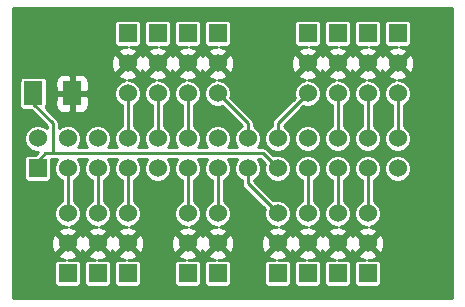
<source format=gtl>
G04 (created by PCBNEW (2013-07-07 BZR 4022)-stable) date 11/4/2014 8:47:17 PM*
%MOIN*%
G04 Gerber Fmt 3.4, Leading zero omitted, Abs format*
%FSLAX34Y34*%
G01*
G70*
G90*
G04 APERTURE LIST*
%ADD10C,0.00590551*%
%ADD11R,0.06X0.06*%
%ADD12C,0.06*%
%ADD13R,0.06X0.08*%
%ADD14C,0.01*%
G04 APERTURE END LIST*
G54D10*
G54D11*
X1000Y-5500D03*
G54D12*
X1000Y-4500D03*
X2000Y-5500D03*
X2000Y-4500D03*
X3000Y-5500D03*
X3000Y-4500D03*
X4000Y-5500D03*
X4000Y-4500D03*
X5000Y-5500D03*
X5000Y-4500D03*
X6000Y-5500D03*
X6000Y-4500D03*
X7000Y-5500D03*
X7000Y-4500D03*
X8000Y-5500D03*
X8000Y-4500D03*
X9000Y-5500D03*
X9000Y-4500D03*
X10000Y-5500D03*
X10000Y-4500D03*
X11000Y-5500D03*
X11000Y-4500D03*
X12000Y-5500D03*
X12000Y-4500D03*
X13000Y-5500D03*
X13000Y-4500D03*
G54D11*
X4000Y-9000D03*
G54D12*
X4000Y-8000D03*
X4000Y-7000D03*
G54D11*
X7000Y-9000D03*
G54D12*
X7000Y-8000D03*
X7000Y-7000D03*
G54D11*
X10000Y-9000D03*
G54D12*
X10000Y-8000D03*
X10000Y-7000D03*
G54D11*
X12000Y-9000D03*
G54D12*
X12000Y-8000D03*
X12000Y-7000D03*
G54D11*
X9000Y-9000D03*
G54D12*
X9000Y-8000D03*
X9000Y-7000D03*
G54D11*
X11000Y-9000D03*
G54D12*
X11000Y-8000D03*
X11000Y-7000D03*
G54D13*
X2150Y-3000D03*
X850Y-3000D03*
G54D11*
X6000Y-9000D03*
G54D12*
X6000Y-8000D03*
X6000Y-7000D03*
G54D11*
X7000Y-1000D03*
G54D12*
X7000Y-2000D03*
X7000Y-3000D03*
G54D11*
X10000Y-1000D03*
G54D12*
X10000Y-2000D03*
X10000Y-3000D03*
G54D11*
X11000Y-1000D03*
G54D12*
X11000Y-2000D03*
X11000Y-3000D03*
G54D11*
X12000Y-1000D03*
G54D12*
X12000Y-2000D03*
X12000Y-3000D03*
G54D11*
X13000Y-1000D03*
G54D12*
X13000Y-2000D03*
X13000Y-3000D03*
G54D11*
X3000Y-9000D03*
G54D12*
X3000Y-8000D03*
X3000Y-7000D03*
G54D11*
X5000Y-1000D03*
G54D12*
X5000Y-2000D03*
X5000Y-3000D03*
G54D11*
X2000Y-9000D03*
G54D12*
X2000Y-8000D03*
X2000Y-7000D03*
G54D11*
X4000Y-1000D03*
G54D12*
X4000Y-2000D03*
X4000Y-3000D03*
G54D11*
X6000Y-1000D03*
G54D12*
X6000Y-2000D03*
X6000Y-3000D03*
G54D14*
X6000Y-7000D02*
X6000Y-5500D01*
X6000Y-3000D02*
X6000Y-4500D01*
X8000Y-6000D02*
X9000Y-7000D01*
X8000Y-5500D02*
X8000Y-6000D01*
X8000Y-4500D02*
X8000Y-4000D01*
X8000Y-4000D02*
X7000Y-3000D01*
X9000Y-4000D02*
X10000Y-3000D01*
X9000Y-4500D02*
X9000Y-4000D01*
X11000Y-3000D02*
X11000Y-4500D01*
X7000Y-7000D02*
X7000Y-5500D01*
X4000Y-7000D02*
X4000Y-5500D01*
X5000Y-3000D02*
X5000Y-4500D01*
X3000Y-7000D02*
X3000Y-5500D01*
X2000Y-5500D02*
X2000Y-7000D01*
X12000Y-3000D02*
X12000Y-4500D01*
X13000Y-3000D02*
X13000Y-4500D01*
X11000Y-7000D02*
X11000Y-5500D01*
X10000Y-7000D02*
X10000Y-5500D01*
X12000Y-7000D02*
X12000Y-5500D01*
X4000Y-3000D02*
X4000Y-4500D01*
X9000Y-5500D02*
X8500Y-5000D01*
X8500Y-5000D02*
X2250Y-5000D01*
X1500Y-5000D02*
X1500Y-4000D01*
X850Y-3350D02*
X850Y-3000D01*
X1500Y-4000D02*
X850Y-3350D01*
X1000Y-5250D02*
X1000Y-5500D01*
X1250Y-5000D02*
X1000Y-5250D01*
X2250Y-5000D02*
X1500Y-5000D01*
X1500Y-5000D02*
X1250Y-5000D01*
G54D10*
G36*
X14830Y-9830D02*
X13554Y-9830D01*
X13554Y-2081D01*
X13543Y-1863D01*
X13481Y-1712D01*
X13450Y-1703D01*
X13450Y-1270D01*
X13450Y-670D01*
X13427Y-615D01*
X13385Y-572D01*
X13329Y-550D01*
X13270Y-549D01*
X12670Y-549D01*
X12615Y-572D01*
X12572Y-614D01*
X12550Y-670D01*
X12549Y-729D01*
X12549Y-1329D01*
X12572Y-1384D01*
X12614Y-1427D01*
X12670Y-1449D01*
X12729Y-1450D01*
X12985Y-1450D01*
X12863Y-1456D01*
X12712Y-1518D01*
X12684Y-1614D01*
X13000Y-1929D01*
X13315Y-1614D01*
X13287Y-1518D01*
X13095Y-1450D01*
X13329Y-1450D01*
X13384Y-1427D01*
X13427Y-1385D01*
X13449Y-1329D01*
X13450Y-1270D01*
X13450Y-1703D01*
X13385Y-1684D01*
X13070Y-2000D01*
X13385Y-2315D01*
X13481Y-2287D01*
X13554Y-2081D01*
X13554Y-9830D01*
X13450Y-9830D01*
X13450Y-5410D01*
X13450Y-4410D01*
X13381Y-4245D01*
X13255Y-4118D01*
X13200Y-4095D01*
X13200Y-3404D01*
X13254Y-3381D01*
X13381Y-3255D01*
X13449Y-3089D01*
X13450Y-2910D01*
X13381Y-2745D01*
X13255Y-2618D01*
X13089Y-2550D01*
X13013Y-2550D01*
X13136Y-2543D01*
X13287Y-2481D01*
X13315Y-2385D01*
X13000Y-2070D01*
X12929Y-2141D01*
X12929Y-2000D01*
X12614Y-1684D01*
X12518Y-1712D01*
X12501Y-1760D01*
X12481Y-1712D01*
X12450Y-1703D01*
X12450Y-1270D01*
X12450Y-670D01*
X12427Y-615D01*
X12385Y-572D01*
X12329Y-550D01*
X12270Y-549D01*
X11670Y-549D01*
X11615Y-572D01*
X11572Y-614D01*
X11550Y-670D01*
X11549Y-729D01*
X11549Y-1329D01*
X11572Y-1384D01*
X11614Y-1427D01*
X11670Y-1449D01*
X11729Y-1450D01*
X11985Y-1450D01*
X11863Y-1456D01*
X11712Y-1518D01*
X11684Y-1614D01*
X12000Y-1929D01*
X12315Y-1614D01*
X12287Y-1518D01*
X12095Y-1450D01*
X12329Y-1450D01*
X12384Y-1427D01*
X12427Y-1385D01*
X12449Y-1329D01*
X12450Y-1270D01*
X12450Y-1703D01*
X12385Y-1684D01*
X12070Y-2000D01*
X12385Y-2315D01*
X12481Y-2287D01*
X12498Y-2239D01*
X12518Y-2287D01*
X12614Y-2315D01*
X12929Y-2000D01*
X12929Y-2141D01*
X12684Y-2385D01*
X12712Y-2481D01*
X12907Y-2551D01*
X12745Y-2618D01*
X12618Y-2744D01*
X12550Y-2910D01*
X12549Y-3089D01*
X12618Y-3254D01*
X12744Y-3381D01*
X12800Y-3404D01*
X12800Y-4095D01*
X12745Y-4118D01*
X12618Y-4244D01*
X12550Y-4410D01*
X12549Y-4589D01*
X12618Y-4754D01*
X12744Y-4881D01*
X12910Y-4949D01*
X13089Y-4950D01*
X13254Y-4881D01*
X13381Y-4755D01*
X13449Y-4589D01*
X13450Y-4410D01*
X13450Y-5410D01*
X13381Y-5245D01*
X13255Y-5118D01*
X13089Y-5050D01*
X12910Y-5049D01*
X12745Y-5118D01*
X12618Y-5244D01*
X12550Y-5410D01*
X12549Y-5589D01*
X12618Y-5754D01*
X12744Y-5881D01*
X12910Y-5949D01*
X13089Y-5950D01*
X13254Y-5881D01*
X13381Y-5755D01*
X13449Y-5589D01*
X13450Y-5410D01*
X13450Y-9830D01*
X12554Y-9830D01*
X12554Y-8081D01*
X12543Y-7863D01*
X12481Y-7712D01*
X12450Y-7703D01*
X12450Y-6910D01*
X12381Y-6745D01*
X12255Y-6618D01*
X12200Y-6595D01*
X12200Y-5904D01*
X12254Y-5881D01*
X12381Y-5755D01*
X12449Y-5589D01*
X12450Y-5410D01*
X12450Y-4410D01*
X12381Y-4245D01*
X12255Y-4118D01*
X12200Y-4095D01*
X12200Y-3404D01*
X12254Y-3381D01*
X12381Y-3255D01*
X12449Y-3089D01*
X12450Y-2910D01*
X12381Y-2745D01*
X12255Y-2618D01*
X12089Y-2550D01*
X12013Y-2550D01*
X12136Y-2543D01*
X12287Y-2481D01*
X12315Y-2385D01*
X12000Y-2070D01*
X11929Y-2141D01*
X11929Y-2000D01*
X11614Y-1684D01*
X11518Y-1712D01*
X11501Y-1760D01*
X11481Y-1712D01*
X11450Y-1703D01*
X11450Y-1270D01*
X11450Y-670D01*
X11427Y-615D01*
X11385Y-572D01*
X11329Y-550D01*
X11270Y-549D01*
X10670Y-549D01*
X10615Y-572D01*
X10572Y-614D01*
X10550Y-670D01*
X10549Y-729D01*
X10549Y-1329D01*
X10572Y-1384D01*
X10614Y-1427D01*
X10670Y-1449D01*
X10729Y-1450D01*
X10985Y-1450D01*
X10863Y-1456D01*
X10712Y-1518D01*
X10684Y-1614D01*
X11000Y-1929D01*
X11315Y-1614D01*
X11287Y-1518D01*
X11095Y-1450D01*
X11329Y-1450D01*
X11384Y-1427D01*
X11427Y-1385D01*
X11449Y-1329D01*
X11450Y-1270D01*
X11450Y-1703D01*
X11385Y-1684D01*
X11070Y-2000D01*
X11385Y-2315D01*
X11481Y-2287D01*
X11498Y-2239D01*
X11518Y-2287D01*
X11614Y-2315D01*
X11929Y-2000D01*
X11929Y-2141D01*
X11684Y-2385D01*
X11712Y-2481D01*
X11907Y-2551D01*
X11745Y-2618D01*
X11618Y-2744D01*
X11550Y-2910D01*
X11549Y-3089D01*
X11618Y-3254D01*
X11744Y-3381D01*
X11800Y-3404D01*
X11800Y-4095D01*
X11745Y-4118D01*
X11618Y-4244D01*
X11550Y-4410D01*
X11549Y-4589D01*
X11618Y-4754D01*
X11744Y-4881D01*
X11910Y-4949D01*
X12089Y-4950D01*
X12254Y-4881D01*
X12381Y-4755D01*
X12449Y-4589D01*
X12450Y-4410D01*
X12450Y-5410D01*
X12381Y-5245D01*
X12255Y-5118D01*
X12089Y-5050D01*
X11910Y-5049D01*
X11745Y-5118D01*
X11618Y-5244D01*
X11550Y-5410D01*
X11549Y-5589D01*
X11618Y-5754D01*
X11744Y-5881D01*
X11800Y-5904D01*
X11800Y-6595D01*
X11745Y-6618D01*
X11618Y-6744D01*
X11550Y-6910D01*
X11549Y-7089D01*
X11618Y-7254D01*
X11744Y-7381D01*
X11910Y-7449D01*
X11986Y-7449D01*
X11863Y-7456D01*
X11712Y-7518D01*
X11684Y-7614D01*
X12000Y-7929D01*
X12315Y-7614D01*
X12287Y-7518D01*
X12092Y-7448D01*
X12254Y-7381D01*
X12381Y-7255D01*
X12449Y-7089D01*
X12450Y-6910D01*
X12450Y-7703D01*
X12385Y-7684D01*
X12070Y-8000D01*
X12385Y-8315D01*
X12481Y-8287D01*
X12554Y-8081D01*
X12554Y-9830D01*
X12450Y-9830D01*
X12450Y-9270D01*
X12450Y-8670D01*
X12427Y-8615D01*
X12385Y-8572D01*
X12329Y-8550D01*
X12270Y-8549D01*
X12014Y-8549D01*
X12136Y-8543D01*
X12287Y-8481D01*
X12315Y-8385D01*
X12000Y-8070D01*
X11929Y-8141D01*
X11929Y-8000D01*
X11614Y-7684D01*
X11518Y-7712D01*
X11501Y-7760D01*
X11481Y-7712D01*
X11450Y-7703D01*
X11450Y-6910D01*
X11381Y-6745D01*
X11255Y-6618D01*
X11200Y-6595D01*
X11200Y-5904D01*
X11254Y-5881D01*
X11381Y-5755D01*
X11449Y-5589D01*
X11450Y-5410D01*
X11450Y-4410D01*
X11381Y-4245D01*
X11255Y-4118D01*
X11200Y-4095D01*
X11200Y-3404D01*
X11254Y-3381D01*
X11381Y-3255D01*
X11449Y-3089D01*
X11450Y-2910D01*
X11381Y-2745D01*
X11255Y-2618D01*
X11089Y-2550D01*
X11013Y-2550D01*
X11136Y-2543D01*
X11287Y-2481D01*
X11315Y-2385D01*
X11000Y-2070D01*
X10929Y-2141D01*
X10929Y-2000D01*
X10614Y-1684D01*
X10518Y-1712D01*
X10501Y-1760D01*
X10481Y-1712D01*
X10450Y-1703D01*
X10450Y-1270D01*
X10450Y-670D01*
X10427Y-615D01*
X10385Y-572D01*
X10329Y-550D01*
X10270Y-549D01*
X9670Y-549D01*
X9615Y-572D01*
X9572Y-614D01*
X9550Y-670D01*
X9549Y-729D01*
X9549Y-1329D01*
X9572Y-1384D01*
X9614Y-1427D01*
X9670Y-1449D01*
X9729Y-1450D01*
X9985Y-1450D01*
X9863Y-1456D01*
X9712Y-1518D01*
X9684Y-1614D01*
X10000Y-1929D01*
X10315Y-1614D01*
X10287Y-1518D01*
X10095Y-1450D01*
X10329Y-1450D01*
X10384Y-1427D01*
X10427Y-1385D01*
X10449Y-1329D01*
X10450Y-1270D01*
X10450Y-1703D01*
X10385Y-1684D01*
X10070Y-2000D01*
X10385Y-2315D01*
X10481Y-2287D01*
X10498Y-2239D01*
X10518Y-2287D01*
X10614Y-2315D01*
X10929Y-2000D01*
X10929Y-2141D01*
X10684Y-2385D01*
X10712Y-2481D01*
X10907Y-2551D01*
X10745Y-2618D01*
X10618Y-2744D01*
X10550Y-2910D01*
X10549Y-3089D01*
X10618Y-3254D01*
X10744Y-3381D01*
X10800Y-3404D01*
X10800Y-4095D01*
X10745Y-4118D01*
X10618Y-4244D01*
X10550Y-4410D01*
X10549Y-4589D01*
X10618Y-4754D01*
X10744Y-4881D01*
X10910Y-4949D01*
X11089Y-4950D01*
X11254Y-4881D01*
X11381Y-4755D01*
X11449Y-4589D01*
X11450Y-4410D01*
X11450Y-5410D01*
X11381Y-5245D01*
X11255Y-5118D01*
X11089Y-5050D01*
X10910Y-5049D01*
X10745Y-5118D01*
X10618Y-5244D01*
X10550Y-5410D01*
X10549Y-5589D01*
X10618Y-5754D01*
X10744Y-5881D01*
X10800Y-5904D01*
X10800Y-6595D01*
X10745Y-6618D01*
X10618Y-6744D01*
X10550Y-6910D01*
X10549Y-7089D01*
X10618Y-7254D01*
X10744Y-7381D01*
X10910Y-7449D01*
X10986Y-7449D01*
X10863Y-7456D01*
X10712Y-7518D01*
X10684Y-7614D01*
X11000Y-7929D01*
X11315Y-7614D01*
X11287Y-7518D01*
X11092Y-7448D01*
X11254Y-7381D01*
X11381Y-7255D01*
X11449Y-7089D01*
X11450Y-6910D01*
X11450Y-7703D01*
X11385Y-7684D01*
X11070Y-8000D01*
X11385Y-8315D01*
X11481Y-8287D01*
X11498Y-8239D01*
X11518Y-8287D01*
X11614Y-8315D01*
X11929Y-8000D01*
X11929Y-8141D01*
X11684Y-8385D01*
X11712Y-8481D01*
X11904Y-8549D01*
X11670Y-8549D01*
X11615Y-8572D01*
X11572Y-8614D01*
X11550Y-8670D01*
X11549Y-8729D01*
X11549Y-9329D01*
X11572Y-9384D01*
X11614Y-9427D01*
X11670Y-9449D01*
X11729Y-9450D01*
X12329Y-9450D01*
X12384Y-9427D01*
X12427Y-9385D01*
X12449Y-9329D01*
X12450Y-9270D01*
X12450Y-9830D01*
X11450Y-9830D01*
X11450Y-9270D01*
X11450Y-8670D01*
X11427Y-8615D01*
X11385Y-8572D01*
X11329Y-8550D01*
X11270Y-8549D01*
X11014Y-8549D01*
X11136Y-8543D01*
X11287Y-8481D01*
X11315Y-8385D01*
X11000Y-8070D01*
X10929Y-8141D01*
X10929Y-8000D01*
X10614Y-7684D01*
X10518Y-7712D01*
X10501Y-7760D01*
X10481Y-7712D01*
X10450Y-7703D01*
X10450Y-6910D01*
X10381Y-6745D01*
X10255Y-6618D01*
X10200Y-6595D01*
X10200Y-5904D01*
X10254Y-5881D01*
X10381Y-5755D01*
X10449Y-5589D01*
X10450Y-5410D01*
X10450Y-4410D01*
X10450Y-2910D01*
X10381Y-2745D01*
X10255Y-2618D01*
X10089Y-2550D01*
X10013Y-2550D01*
X10136Y-2543D01*
X10287Y-2481D01*
X10315Y-2385D01*
X10000Y-2070D01*
X9929Y-2141D01*
X9929Y-2000D01*
X9614Y-1684D01*
X9518Y-1712D01*
X9445Y-1918D01*
X9456Y-2136D01*
X9518Y-2287D01*
X9614Y-2315D01*
X9929Y-2000D01*
X9929Y-2141D01*
X9684Y-2385D01*
X9712Y-2481D01*
X9907Y-2551D01*
X9745Y-2618D01*
X9618Y-2744D01*
X9550Y-2910D01*
X9549Y-3089D01*
X9572Y-3144D01*
X8858Y-3858D01*
X8815Y-3923D01*
X8800Y-4000D01*
X8800Y-4095D01*
X8745Y-4118D01*
X8618Y-4244D01*
X8550Y-4410D01*
X8549Y-4589D01*
X8618Y-4754D01*
X8744Y-4881D01*
X8910Y-4949D01*
X9089Y-4950D01*
X9254Y-4881D01*
X9381Y-4755D01*
X9449Y-4589D01*
X9450Y-4410D01*
X9381Y-4245D01*
X9255Y-4118D01*
X9200Y-4095D01*
X9200Y-4082D01*
X9855Y-3427D01*
X9910Y-3449D01*
X10089Y-3450D01*
X10254Y-3381D01*
X10381Y-3255D01*
X10449Y-3089D01*
X10450Y-2910D01*
X10450Y-4410D01*
X10381Y-4245D01*
X10255Y-4118D01*
X10089Y-4050D01*
X9910Y-4049D01*
X9745Y-4118D01*
X9618Y-4244D01*
X9550Y-4410D01*
X9549Y-4589D01*
X9618Y-4754D01*
X9744Y-4881D01*
X9910Y-4949D01*
X10089Y-4950D01*
X10254Y-4881D01*
X10381Y-4755D01*
X10449Y-4589D01*
X10450Y-4410D01*
X10450Y-5410D01*
X10381Y-5245D01*
X10255Y-5118D01*
X10089Y-5050D01*
X9910Y-5049D01*
X9745Y-5118D01*
X9618Y-5244D01*
X9550Y-5410D01*
X9549Y-5589D01*
X9618Y-5754D01*
X9744Y-5881D01*
X9800Y-5904D01*
X9800Y-6595D01*
X9745Y-6618D01*
X9618Y-6744D01*
X9550Y-6910D01*
X9549Y-7089D01*
X9618Y-7254D01*
X9744Y-7381D01*
X9910Y-7449D01*
X9986Y-7449D01*
X9863Y-7456D01*
X9712Y-7518D01*
X9684Y-7614D01*
X10000Y-7929D01*
X10315Y-7614D01*
X10287Y-7518D01*
X10092Y-7448D01*
X10254Y-7381D01*
X10381Y-7255D01*
X10449Y-7089D01*
X10450Y-6910D01*
X10450Y-7703D01*
X10385Y-7684D01*
X10070Y-8000D01*
X10385Y-8315D01*
X10481Y-8287D01*
X10498Y-8239D01*
X10518Y-8287D01*
X10614Y-8315D01*
X10929Y-8000D01*
X10929Y-8141D01*
X10684Y-8385D01*
X10712Y-8481D01*
X10904Y-8549D01*
X10670Y-8549D01*
X10615Y-8572D01*
X10572Y-8614D01*
X10550Y-8670D01*
X10549Y-8729D01*
X10549Y-9329D01*
X10572Y-9384D01*
X10614Y-9427D01*
X10670Y-9449D01*
X10729Y-9450D01*
X11329Y-9450D01*
X11384Y-9427D01*
X11427Y-9385D01*
X11449Y-9329D01*
X11450Y-9270D01*
X11450Y-9830D01*
X10450Y-9830D01*
X10450Y-9270D01*
X10450Y-8670D01*
X10427Y-8615D01*
X10385Y-8572D01*
X10329Y-8550D01*
X10270Y-8549D01*
X10014Y-8549D01*
X10136Y-8543D01*
X10287Y-8481D01*
X10315Y-8385D01*
X10000Y-8070D01*
X9929Y-8141D01*
X9929Y-8000D01*
X9614Y-7684D01*
X9518Y-7712D01*
X9501Y-7760D01*
X9481Y-7712D01*
X9450Y-7703D01*
X9450Y-6910D01*
X9381Y-6745D01*
X9255Y-6618D01*
X9089Y-6550D01*
X8910Y-6549D01*
X8855Y-6572D01*
X8200Y-5917D01*
X8200Y-5904D01*
X8254Y-5881D01*
X8381Y-5755D01*
X8449Y-5589D01*
X8450Y-5410D01*
X8381Y-5245D01*
X8336Y-5200D01*
X8417Y-5200D01*
X8572Y-5355D01*
X8550Y-5410D01*
X8549Y-5589D01*
X8618Y-5754D01*
X8744Y-5881D01*
X8910Y-5949D01*
X9089Y-5950D01*
X9254Y-5881D01*
X9381Y-5755D01*
X9449Y-5589D01*
X9450Y-5410D01*
X9381Y-5245D01*
X9255Y-5118D01*
X9089Y-5050D01*
X8910Y-5049D01*
X8855Y-5072D01*
X8641Y-4858D01*
X8576Y-4815D01*
X8500Y-4800D01*
X8336Y-4800D01*
X8381Y-4755D01*
X8449Y-4589D01*
X8450Y-4410D01*
X8381Y-4245D01*
X8255Y-4118D01*
X8200Y-4095D01*
X8200Y-4000D01*
X8184Y-3923D01*
X8184Y-3923D01*
X8170Y-3901D01*
X8141Y-3858D01*
X8141Y-3858D01*
X7554Y-3271D01*
X7554Y-2081D01*
X7543Y-1863D01*
X7481Y-1712D01*
X7450Y-1703D01*
X7450Y-1270D01*
X7450Y-670D01*
X7427Y-615D01*
X7385Y-572D01*
X7329Y-550D01*
X7270Y-549D01*
X6670Y-549D01*
X6615Y-572D01*
X6572Y-614D01*
X6550Y-670D01*
X6549Y-729D01*
X6549Y-1329D01*
X6572Y-1384D01*
X6614Y-1427D01*
X6670Y-1449D01*
X6729Y-1450D01*
X6985Y-1450D01*
X6863Y-1456D01*
X6712Y-1518D01*
X6684Y-1614D01*
X7000Y-1929D01*
X7315Y-1614D01*
X7287Y-1518D01*
X7095Y-1450D01*
X7329Y-1450D01*
X7384Y-1427D01*
X7427Y-1385D01*
X7449Y-1329D01*
X7450Y-1270D01*
X7450Y-1703D01*
X7385Y-1684D01*
X7070Y-2000D01*
X7385Y-2315D01*
X7481Y-2287D01*
X7554Y-2081D01*
X7554Y-3271D01*
X7427Y-3144D01*
X7449Y-3089D01*
X7450Y-2910D01*
X7381Y-2745D01*
X7255Y-2618D01*
X7089Y-2550D01*
X7013Y-2550D01*
X7136Y-2543D01*
X7287Y-2481D01*
X7315Y-2385D01*
X7000Y-2070D01*
X6929Y-2141D01*
X6929Y-2000D01*
X6614Y-1684D01*
X6518Y-1712D01*
X6501Y-1760D01*
X6481Y-1712D01*
X6450Y-1703D01*
X6450Y-1270D01*
X6450Y-670D01*
X6427Y-615D01*
X6385Y-572D01*
X6329Y-550D01*
X6270Y-549D01*
X5670Y-549D01*
X5615Y-572D01*
X5572Y-614D01*
X5550Y-670D01*
X5549Y-729D01*
X5549Y-1329D01*
X5572Y-1384D01*
X5614Y-1427D01*
X5670Y-1449D01*
X5729Y-1450D01*
X5985Y-1450D01*
X5863Y-1456D01*
X5712Y-1518D01*
X5684Y-1614D01*
X6000Y-1929D01*
X6315Y-1614D01*
X6287Y-1518D01*
X6095Y-1450D01*
X6329Y-1450D01*
X6384Y-1427D01*
X6427Y-1385D01*
X6449Y-1329D01*
X6450Y-1270D01*
X6450Y-1703D01*
X6385Y-1684D01*
X6070Y-2000D01*
X6385Y-2315D01*
X6481Y-2287D01*
X6498Y-2239D01*
X6518Y-2287D01*
X6614Y-2315D01*
X6929Y-2000D01*
X6929Y-2141D01*
X6684Y-2385D01*
X6712Y-2481D01*
X6907Y-2551D01*
X6745Y-2618D01*
X6618Y-2744D01*
X6550Y-2910D01*
X6549Y-3089D01*
X6618Y-3254D01*
X6744Y-3381D01*
X6910Y-3449D01*
X7089Y-3450D01*
X7144Y-3427D01*
X7800Y-4082D01*
X7800Y-4095D01*
X7745Y-4118D01*
X7618Y-4244D01*
X7550Y-4410D01*
X7549Y-4589D01*
X7618Y-4754D01*
X7663Y-4800D01*
X7336Y-4800D01*
X7381Y-4755D01*
X7449Y-4589D01*
X7450Y-4410D01*
X7381Y-4245D01*
X7255Y-4118D01*
X7089Y-4050D01*
X6910Y-4049D01*
X6745Y-4118D01*
X6618Y-4244D01*
X6550Y-4410D01*
X6549Y-4589D01*
X6618Y-4754D01*
X6663Y-4800D01*
X6336Y-4800D01*
X6381Y-4755D01*
X6449Y-4589D01*
X6450Y-4410D01*
X6381Y-4245D01*
X6255Y-4118D01*
X6200Y-4095D01*
X6200Y-3404D01*
X6254Y-3381D01*
X6381Y-3255D01*
X6449Y-3089D01*
X6450Y-2910D01*
X6381Y-2745D01*
X6255Y-2618D01*
X6089Y-2550D01*
X6013Y-2550D01*
X6136Y-2543D01*
X6287Y-2481D01*
X6315Y-2385D01*
X6000Y-2070D01*
X5929Y-2141D01*
X5929Y-2000D01*
X5614Y-1684D01*
X5518Y-1712D01*
X5501Y-1760D01*
X5481Y-1712D01*
X5450Y-1703D01*
X5450Y-1270D01*
X5450Y-670D01*
X5427Y-615D01*
X5385Y-572D01*
X5329Y-550D01*
X5270Y-549D01*
X4670Y-549D01*
X4615Y-572D01*
X4572Y-614D01*
X4550Y-670D01*
X4549Y-729D01*
X4549Y-1329D01*
X4572Y-1384D01*
X4614Y-1427D01*
X4670Y-1449D01*
X4729Y-1450D01*
X4985Y-1450D01*
X4863Y-1456D01*
X4712Y-1518D01*
X4684Y-1614D01*
X5000Y-1929D01*
X5315Y-1614D01*
X5287Y-1518D01*
X5095Y-1450D01*
X5329Y-1450D01*
X5384Y-1427D01*
X5427Y-1385D01*
X5449Y-1329D01*
X5450Y-1270D01*
X5450Y-1703D01*
X5385Y-1684D01*
X5070Y-2000D01*
X5385Y-2315D01*
X5481Y-2287D01*
X5498Y-2239D01*
X5518Y-2287D01*
X5614Y-2315D01*
X5929Y-2000D01*
X5929Y-2141D01*
X5684Y-2385D01*
X5712Y-2481D01*
X5907Y-2551D01*
X5745Y-2618D01*
X5618Y-2744D01*
X5550Y-2910D01*
X5549Y-3089D01*
X5618Y-3254D01*
X5744Y-3381D01*
X5800Y-3404D01*
X5800Y-4095D01*
X5745Y-4118D01*
X5618Y-4244D01*
X5550Y-4410D01*
X5549Y-4589D01*
X5618Y-4754D01*
X5663Y-4800D01*
X5336Y-4800D01*
X5381Y-4755D01*
X5449Y-4589D01*
X5450Y-4410D01*
X5381Y-4245D01*
X5255Y-4118D01*
X5200Y-4095D01*
X5200Y-3404D01*
X5254Y-3381D01*
X5381Y-3255D01*
X5449Y-3089D01*
X5450Y-2910D01*
X5381Y-2745D01*
X5255Y-2618D01*
X5089Y-2550D01*
X5013Y-2550D01*
X5136Y-2543D01*
X5287Y-2481D01*
X5315Y-2385D01*
X5000Y-2070D01*
X4929Y-2141D01*
X4929Y-2000D01*
X4614Y-1684D01*
X4518Y-1712D01*
X4501Y-1760D01*
X4481Y-1712D01*
X4450Y-1703D01*
X4450Y-1270D01*
X4450Y-670D01*
X4427Y-615D01*
X4385Y-572D01*
X4329Y-550D01*
X4270Y-549D01*
X3670Y-549D01*
X3615Y-572D01*
X3572Y-614D01*
X3550Y-670D01*
X3549Y-729D01*
X3549Y-1329D01*
X3572Y-1384D01*
X3614Y-1427D01*
X3670Y-1449D01*
X3729Y-1450D01*
X3985Y-1450D01*
X3863Y-1456D01*
X3712Y-1518D01*
X3684Y-1614D01*
X4000Y-1929D01*
X4315Y-1614D01*
X4287Y-1518D01*
X4095Y-1450D01*
X4329Y-1450D01*
X4384Y-1427D01*
X4427Y-1385D01*
X4449Y-1329D01*
X4450Y-1270D01*
X4450Y-1703D01*
X4385Y-1684D01*
X4070Y-2000D01*
X4385Y-2315D01*
X4481Y-2287D01*
X4498Y-2239D01*
X4518Y-2287D01*
X4614Y-2315D01*
X4929Y-2000D01*
X4929Y-2141D01*
X4684Y-2385D01*
X4712Y-2481D01*
X4907Y-2551D01*
X4745Y-2618D01*
X4618Y-2744D01*
X4550Y-2910D01*
X4549Y-3089D01*
X4618Y-3254D01*
X4744Y-3381D01*
X4800Y-3404D01*
X4800Y-4095D01*
X4745Y-4118D01*
X4618Y-4244D01*
X4550Y-4410D01*
X4549Y-4589D01*
X4618Y-4754D01*
X4663Y-4800D01*
X4336Y-4800D01*
X4381Y-4755D01*
X4449Y-4589D01*
X4450Y-4410D01*
X4381Y-4245D01*
X4255Y-4118D01*
X4200Y-4095D01*
X4200Y-3404D01*
X4254Y-3381D01*
X4381Y-3255D01*
X4449Y-3089D01*
X4450Y-2910D01*
X4381Y-2745D01*
X4255Y-2618D01*
X4089Y-2550D01*
X4013Y-2550D01*
X4136Y-2543D01*
X4287Y-2481D01*
X4315Y-2385D01*
X4000Y-2070D01*
X3929Y-2141D01*
X3929Y-2000D01*
X3614Y-1684D01*
X3518Y-1712D01*
X3445Y-1918D01*
X3456Y-2136D01*
X3518Y-2287D01*
X3614Y-2315D01*
X3929Y-2000D01*
X3929Y-2141D01*
X3684Y-2385D01*
X3712Y-2481D01*
X3907Y-2551D01*
X3745Y-2618D01*
X3618Y-2744D01*
X3550Y-2910D01*
X3549Y-3089D01*
X3618Y-3254D01*
X3744Y-3381D01*
X3800Y-3404D01*
X3800Y-4095D01*
X3745Y-4118D01*
X3618Y-4244D01*
X3550Y-4410D01*
X3549Y-4589D01*
X3618Y-4754D01*
X3663Y-4800D01*
X3336Y-4800D01*
X3381Y-4755D01*
X3449Y-4589D01*
X3450Y-4410D01*
X3381Y-4245D01*
X3255Y-4118D01*
X3089Y-4050D01*
X2910Y-4049D01*
X2745Y-4118D01*
X2700Y-4163D01*
X2700Y-3350D01*
X2700Y-2649D01*
X2699Y-2550D01*
X2661Y-2458D01*
X2591Y-2387D01*
X2499Y-2349D01*
X2262Y-2350D01*
X2200Y-2412D01*
X2200Y-2950D01*
X2637Y-2950D01*
X2700Y-2887D01*
X2700Y-2649D01*
X2700Y-3350D01*
X2700Y-3112D01*
X2637Y-3050D01*
X2200Y-3050D01*
X2200Y-3587D01*
X2262Y-3650D01*
X2499Y-3650D01*
X2591Y-3612D01*
X2661Y-3541D01*
X2699Y-3449D01*
X2700Y-3350D01*
X2700Y-4163D01*
X2618Y-4244D01*
X2550Y-4410D01*
X2549Y-4589D01*
X2618Y-4754D01*
X2663Y-4800D01*
X2336Y-4800D01*
X2381Y-4755D01*
X2449Y-4589D01*
X2450Y-4410D01*
X2381Y-4245D01*
X2255Y-4118D01*
X2100Y-4054D01*
X2100Y-3587D01*
X2100Y-3050D01*
X2100Y-2950D01*
X2100Y-2412D01*
X2037Y-2350D01*
X1800Y-2349D01*
X1708Y-2387D01*
X1638Y-2458D01*
X1600Y-2550D01*
X1599Y-2649D01*
X1600Y-2887D01*
X1662Y-2950D01*
X2100Y-2950D01*
X2100Y-3050D01*
X1662Y-3050D01*
X1600Y-3112D01*
X1599Y-3350D01*
X1600Y-3449D01*
X1638Y-3541D01*
X1708Y-3612D01*
X1800Y-3650D01*
X2037Y-3650D01*
X2100Y-3587D01*
X2100Y-4054D01*
X2089Y-4050D01*
X1910Y-4049D01*
X1745Y-4118D01*
X1700Y-4163D01*
X1700Y-4000D01*
X1684Y-3923D01*
X1684Y-3923D01*
X1670Y-3901D01*
X1641Y-3858D01*
X1641Y-3858D01*
X1272Y-3489D01*
X1277Y-3485D01*
X1299Y-3429D01*
X1300Y-3370D01*
X1300Y-2570D01*
X1277Y-2515D01*
X1235Y-2472D01*
X1179Y-2450D01*
X1120Y-2449D01*
X520Y-2449D01*
X465Y-2472D01*
X422Y-2514D01*
X400Y-2570D01*
X399Y-2629D01*
X399Y-3429D01*
X422Y-3484D01*
X464Y-3527D01*
X520Y-3549D01*
X579Y-3550D01*
X767Y-3550D01*
X1300Y-4082D01*
X1300Y-4163D01*
X1255Y-4118D01*
X1089Y-4050D01*
X910Y-4049D01*
X745Y-4118D01*
X618Y-4244D01*
X550Y-4410D01*
X549Y-4589D01*
X618Y-4754D01*
X744Y-4881D01*
X910Y-4949D01*
X1017Y-4950D01*
X917Y-5049D01*
X670Y-5049D01*
X615Y-5072D01*
X572Y-5114D01*
X550Y-5170D01*
X549Y-5229D01*
X549Y-5829D01*
X572Y-5884D01*
X614Y-5927D01*
X670Y-5949D01*
X729Y-5950D01*
X1329Y-5950D01*
X1384Y-5927D01*
X1427Y-5885D01*
X1449Y-5829D01*
X1450Y-5770D01*
X1450Y-5200D01*
X1500Y-5200D01*
X1663Y-5200D01*
X1618Y-5244D01*
X1550Y-5410D01*
X1549Y-5589D01*
X1618Y-5754D01*
X1744Y-5881D01*
X1800Y-5904D01*
X1800Y-6595D01*
X1745Y-6618D01*
X1618Y-6744D01*
X1550Y-6910D01*
X1549Y-7089D01*
X1618Y-7254D01*
X1744Y-7381D01*
X1910Y-7449D01*
X1986Y-7449D01*
X1863Y-7456D01*
X1712Y-7518D01*
X1684Y-7614D01*
X2000Y-7929D01*
X2315Y-7614D01*
X2287Y-7518D01*
X2092Y-7448D01*
X2254Y-7381D01*
X2381Y-7255D01*
X2449Y-7089D01*
X2450Y-6910D01*
X2381Y-6745D01*
X2255Y-6618D01*
X2200Y-6595D01*
X2200Y-5904D01*
X2254Y-5881D01*
X2381Y-5755D01*
X2449Y-5589D01*
X2450Y-5410D01*
X2381Y-5245D01*
X2336Y-5200D01*
X2663Y-5200D01*
X2618Y-5244D01*
X2550Y-5410D01*
X2549Y-5589D01*
X2618Y-5754D01*
X2744Y-5881D01*
X2800Y-5904D01*
X2800Y-6595D01*
X2745Y-6618D01*
X2618Y-6744D01*
X2550Y-6910D01*
X2549Y-7089D01*
X2618Y-7254D01*
X2744Y-7381D01*
X2910Y-7449D01*
X2986Y-7449D01*
X2863Y-7456D01*
X2712Y-7518D01*
X2684Y-7614D01*
X3000Y-7929D01*
X3315Y-7614D01*
X3287Y-7518D01*
X3092Y-7448D01*
X3254Y-7381D01*
X3381Y-7255D01*
X3449Y-7089D01*
X3450Y-6910D01*
X3381Y-6745D01*
X3255Y-6618D01*
X3200Y-6595D01*
X3200Y-5904D01*
X3254Y-5881D01*
X3381Y-5755D01*
X3449Y-5589D01*
X3450Y-5410D01*
X3381Y-5245D01*
X3336Y-5200D01*
X3663Y-5200D01*
X3618Y-5244D01*
X3550Y-5410D01*
X3549Y-5589D01*
X3618Y-5754D01*
X3744Y-5881D01*
X3800Y-5904D01*
X3800Y-6595D01*
X3745Y-6618D01*
X3618Y-6744D01*
X3550Y-6910D01*
X3549Y-7089D01*
X3618Y-7254D01*
X3744Y-7381D01*
X3910Y-7449D01*
X3986Y-7449D01*
X3863Y-7456D01*
X3712Y-7518D01*
X3684Y-7614D01*
X4000Y-7929D01*
X4315Y-7614D01*
X4287Y-7518D01*
X4092Y-7448D01*
X4254Y-7381D01*
X4381Y-7255D01*
X4449Y-7089D01*
X4450Y-6910D01*
X4381Y-6745D01*
X4255Y-6618D01*
X4200Y-6595D01*
X4200Y-5904D01*
X4254Y-5881D01*
X4381Y-5755D01*
X4449Y-5589D01*
X4450Y-5410D01*
X4381Y-5245D01*
X4336Y-5200D01*
X4663Y-5200D01*
X4618Y-5244D01*
X4550Y-5410D01*
X4549Y-5589D01*
X4618Y-5754D01*
X4744Y-5881D01*
X4910Y-5949D01*
X5089Y-5950D01*
X5254Y-5881D01*
X5381Y-5755D01*
X5449Y-5589D01*
X5450Y-5410D01*
X5381Y-5245D01*
X5336Y-5200D01*
X5663Y-5200D01*
X5618Y-5244D01*
X5550Y-5410D01*
X5549Y-5589D01*
X5618Y-5754D01*
X5744Y-5881D01*
X5800Y-5904D01*
X5800Y-6595D01*
X5745Y-6618D01*
X5618Y-6744D01*
X5550Y-6910D01*
X5549Y-7089D01*
X5618Y-7254D01*
X5744Y-7381D01*
X5910Y-7449D01*
X5986Y-7449D01*
X5863Y-7456D01*
X5712Y-7518D01*
X5684Y-7614D01*
X6000Y-7929D01*
X6315Y-7614D01*
X6287Y-7518D01*
X6092Y-7448D01*
X6254Y-7381D01*
X6381Y-7255D01*
X6449Y-7089D01*
X6450Y-6910D01*
X6381Y-6745D01*
X6255Y-6618D01*
X6200Y-6595D01*
X6200Y-5904D01*
X6254Y-5881D01*
X6381Y-5755D01*
X6449Y-5589D01*
X6450Y-5410D01*
X6381Y-5245D01*
X6336Y-5200D01*
X6663Y-5200D01*
X6618Y-5244D01*
X6550Y-5410D01*
X6549Y-5589D01*
X6618Y-5754D01*
X6744Y-5881D01*
X6800Y-5904D01*
X6800Y-6595D01*
X6745Y-6618D01*
X6618Y-6744D01*
X6550Y-6910D01*
X6549Y-7089D01*
X6618Y-7254D01*
X6744Y-7381D01*
X6910Y-7449D01*
X6986Y-7449D01*
X6863Y-7456D01*
X6712Y-7518D01*
X6684Y-7614D01*
X7000Y-7929D01*
X7315Y-7614D01*
X7287Y-7518D01*
X7092Y-7448D01*
X7254Y-7381D01*
X7381Y-7255D01*
X7449Y-7089D01*
X7450Y-6910D01*
X7381Y-6745D01*
X7255Y-6618D01*
X7200Y-6595D01*
X7200Y-5904D01*
X7254Y-5881D01*
X7381Y-5755D01*
X7449Y-5589D01*
X7450Y-5410D01*
X7381Y-5245D01*
X7336Y-5200D01*
X7663Y-5200D01*
X7618Y-5244D01*
X7550Y-5410D01*
X7549Y-5589D01*
X7618Y-5754D01*
X7744Y-5881D01*
X7800Y-5904D01*
X7800Y-6000D01*
X7815Y-6076D01*
X7858Y-6141D01*
X8572Y-6855D01*
X8550Y-6910D01*
X8549Y-7089D01*
X8618Y-7254D01*
X8744Y-7381D01*
X8910Y-7449D01*
X8986Y-7449D01*
X8863Y-7456D01*
X8712Y-7518D01*
X8684Y-7614D01*
X9000Y-7929D01*
X9315Y-7614D01*
X9287Y-7518D01*
X9092Y-7448D01*
X9254Y-7381D01*
X9381Y-7255D01*
X9449Y-7089D01*
X9450Y-6910D01*
X9450Y-7703D01*
X9385Y-7684D01*
X9070Y-8000D01*
X9385Y-8315D01*
X9481Y-8287D01*
X9498Y-8239D01*
X9518Y-8287D01*
X9614Y-8315D01*
X9929Y-8000D01*
X9929Y-8141D01*
X9684Y-8385D01*
X9712Y-8481D01*
X9904Y-8549D01*
X9670Y-8549D01*
X9615Y-8572D01*
X9572Y-8614D01*
X9550Y-8670D01*
X9549Y-8729D01*
X9549Y-9329D01*
X9572Y-9384D01*
X9614Y-9427D01*
X9670Y-9449D01*
X9729Y-9450D01*
X10329Y-9450D01*
X10384Y-9427D01*
X10427Y-9385D01*
X10449Y-9329D01*
X10450Y-9270D01*
X10450Y-9830D01*
X9450Y-9830D01*
X9450Y-9270D01*
X9450Y-8670D01*
X9427Y-8615D01*
X9385Y-8572D01*
X9329Y-8550D01*
X9270Y-8549D01*
X9014Y-8549D01*
X9136Y-8543D01*
X9287Y-8481D01*
X9315Y-8385D01*
X9000Y-8070D01*
X8929Y-8141D01*
X8929Y-8000D01*
X8614Y-7684D01*
X8518Y-7712D01*
X8445Y-7918D01*
X8456Y-8136D01*
X8518Y-8287D01*
X8614Y-8315D01*
X8929Y-8000D01*
X8929Y-8141D01*
X8684Y-8385D01*
X8712Y-8481D01*
X8904Y-8549D01*
X8670Y-8549D01*
X8615Y-8572D01*
X8572Y-8614D01*
X8550Y-8670D01*
X8549Y-8729D01*
X8549Y-9329D01*
X8572Y-9384D01*
X8614Y-9427D01*
X8670Y-9449D01*
X8729Y-9450D01*
X9329Y-9450D01*
X9384Y-9427D01*
X9427Y-9385D01*
X9449Y-9329D01*
X9450Y-9270D01*
X9450Y-9830D01*
X7554Y-9830D01*
X7554Y-8081D01*
X7543Y-7863D01*
X7481Y-7712D01*
X7385Y-7684D01*
X7070Y-8000D01*
X7385Y-8315D01*
X7481Y-8287D01*
X7554Y-8081D01*
X7554Y-9830D01*
X7450Y-9830D01*
X7450Y-9270D01*
X7450Y-8670D01*
X7427Y-8615D01*
X7385Y-8572D01*
X7329Y-8550D01*
X7270Y-8549D01*
X7014Y-8549D01*
X7136Y-8543D01*
X7287Y-8481D01*
X7315Y-8385D01*
X7000Y-8070D01*
X6929Y-8141D01*
X6929Y-8000D01*
X6614Y-7684D01*
X6518Y-7712D01*
X6501Y-7760D01*
X6481Y-7712D01*
X6385Y-7684D01*
X6070Y-8000D01*
X6385Y-8315D01*
X6481Y-8287D01*
X6498Y-8239D01*
X6518Y-8287D01*
X6614Y-8315D01*
X6929Y-8000D01*
X6929Y-8141D01*
X6684Y-8385D01*
X6712Y-8481D01*
X6904Y-8549D01*
X6670Y-8549D01*
X6615Y-8572D01*
X6572Y-8614D01*
X6550Y-8670D01*
X6549Y-8729D01*
X6549Y-9329D01*
X6572Y-9384D01*
X6614Y-9427D01*
X6670Y-9449D01*
X6729Y-9450D01*
X7329Y-9450D01*
X7384Y-9427D01*
X7427Y-9385D01*
X7449Y-9329D01*
X7450Y-9270D01*
X7450Y-9830D01*
X6450Y-9830D01*
X6450Y-9270D01*
X6450Y-8670D01*
X6427Y-8615D01*
X6385Y-8572D01*
X6329Y-8550D01*
X6270Y-8549D01*
X6014Y-8549D01*
X6136Y-8543D01*
X6287Y-8481D01*
X6315Y-8385D01*
X6000Y-8070D01*
X5929Y-8141D01*
X5929Y-8000D01*
X5614Y-7684D01*
X5518Y-7712D01*
X5445Y-7918D01*
X5456Y-8136D01*
X5518Y-8287D01*
X5614Y-8315D01*
X5929Y-8000D01*
X5929Y-8141D01*
X5684Y-8385D01*
X5712Y-8481D01*
X5904Y-8549D01*
X5670Y-8549D01*
X5615Y-8572D01*
X5572Y-8614D01*
X5550Y-8670D01*
X5549Y-8729D01*
X5549Y-9329D01*
X5572Y-9384D01*
X5614Y-9427D01*
X5670Y-9449D01*
X5729Y-9450D01*
X6329Y-9450D01*
X6384Y-9427D01*
X6427Y-9385D01*
X6449Y-9329D01*
X6450Y-9270D01*
X6450Y-9830D01*
X4554Y-9830D01*
X4554Y-8081D01*
X4543Y-7863D01*
X4481Y-7712D01*
X4385Y-7684D01*
X4070Y-8000D01*
X4385Y-8315D01*
X4481Y-8287D01*
X4554Y-8081D01*
X4554Y-9830D01*
X4450Y-9830D01*
X4450Y-9270D01*
X4450Y-8670D01*
X4427Y-8615D01*
X4385Y-8572D01*
X4329Y-8550D01*
X4270Y-8549D01*
X4014Y-8549D01*
X4136Y-8543D01*
X4287Y-8481D01*
X4315Y-8385D01*
X4000Y-8070D01*
X3929Y-8141D01*
X3929Y-8000D01*
X3614Y-7684D01*
X3518Y-7712D01*
X3501Y-7760D01*
X3481Y-7712D01*
X3385Y-7684D01*
X3070Y-8000D01*
X3385Y-8315D01*
X3481Y-8287D01*
X3498Y-8239D01*
X3518Y-8287D01*
X3614Y-8315D01*
X3929Y-8000D01*
X3929Y-8141D01*
X3684Y-8385D01*
X3712Y-8481D01*
X3904Y-8549D01*
X3670Y-8549D01*
X3615Y-8572D01*
X3572Y-8614D01*
X3550Y-8670D01*
X3549Y-8729D01*
X3549Y-9329D01*
X3572Y-9384D01*
X3614Y-9427D01*
X3670Y-9449D01*
X3729Y-9450D01*
X4329Y-9450D01*
X4384Y-9427D01*
X4427Y-9385D01*
X4449Y-9329D01*
X4450Y-9270D01*
X4450Y-9830D01*
X3450Y-9830D01*
X3450Y-9270D01*
X3450Y-8670D01*
X3427Y-8615D01*
X3385Y-8572D01*
X3329Y-8550D01*
X3270Y-8549D01*
X3014Y-8549D01*
X3136Y-8543D01*
X3287Y-8481D01*
X3315Y-8385D01*
X3000Y-8070D01*
X2929Y-8141D01*
X2929Y-8000D01*
X2614Y-7684D01*
X2518Y-7712D01*
X2501Y-7760D01*
X2481Y-7712D01*
X2385Y-7684D01*
X2070Y-8000D01*
X2385Y-8315D01*
X2481Y-8287D01*
X2498Y-8239D01*
X2518Y-8287D01*
X2614Y-8315D01*
X2929Y-8000D01*
X2929Y-8141D01*
X2684Y-8385D01*
X2712Y-8481D01*
X2904Y-8549D01*
X2670Y-8549D01*
X2615Y-8572D01*
X2572Y-8614D01*
X2550Y-8670D01*
X2549Y-8729D01*
X2549Y-9329D01*
X2572Y-9384D01*
X2614Y-9427D01*
X2670Y-9449D01*
X2729Y-9450D01*
X3329Y-9450D01*
X3384Y-9427D01*
X3427Y-9385D01*
X3449Y-9329D01*
X3450Y-9270D01*
X3450Y-9830D01*
X2450Y-9830D01*
X2450Y-9270D01*
X2450Y-8670D01*
X2427Y-8615D01*
X2385Y-8572D01*
X2329Y-8550D01*
X2270Y-8549D01*
X2014Y-8549D01*
X2136Y-8543D01*
X2287Y-8481D01*
X2315Y-8385D01*
X2000Y-8070D01*
X1929Y-8141D01*
X1929Y-8000D01*
X1614Y-7684D01*
X1518Y-7712D01*
X1445Y-7918D01*
X1456Y-8136D01*
X1518Y-8287D01*
X1614Y-8315D01*
X1929Y-8000D01*
X1929Y-8141D01*
X1684Y-8385D01*
X1712Y-8481D01*
X1904Y-8549D01*
X1670Y-8549D01*
X1615Y-8572D01*
X1572Y-8614D01*
X1550Y-8670D01*
X1549Y-8729D01*
X1549Y-9329D01*
X1572Y-9384D01*
X1614Y-9427D01*
X1670Y-9449D01*
X1729Y-9450D01*
X2329Y-9450D01*
X2384Y-9427D01*
X2427Y-9385D01*
X2449Y-9329D01*
X2450Y-9270D01*
X2450Y-9830D01*
X169Y-9830D01*
X169Y-169D01*
X14830Y-169D01*
X14830Y-9830D01*
X14830Y-9830D01*
G37*
G54D14*
X14830Y-9830D02*
X13554Y-9830D01*
X13554Y-2081D01*
X13543Y-1863D01*
X13481Y-1712D01*
X13450Y-1703D01*
X13450Y-1270D01*
X13450Y-670D01*
X13427Y-615D01*
X13385Y-572D01*
X13329Y-550D01*
X13270Y-549D01*
X12670Y-549D01*
X12615Y-572D01*
X12572Y-614D01*
X12550Y-670D01*
X12549Y-729D01*
X12549Y-1329D01*
X12572Y-1384D01*
X12614Y-1427D01*
X12670Y-1449D01*
X12729Y-1450D01*
X12985Y-1450D01*
X12863Y-1456D01*
X12712Y-1518D01*
X12684Y-1614D01*
X13000Y-1929D01*
X13315Y-1614D01*
X13287Y-1518D01*
X13095Y-1450D01*
X13329Y-1450D01*
X13384Y-1427D01*
X13427Y-1385D01*
X13449Y-1329D01*
X13450Y-1270D01*
X13450Y-1703D01*
X13385Y-1684D01*
X13070Y-2000D01*
X13385Y-2315D01*
X13481Y-2287D01*
X13554Y-2081D01*
X13554Y-9830D01*
X13450Y-9830D01*
X13450Y-5410D01*
X13450Y-4410D01*
X13381Y-4245D01*
X13255Y-4118D01*
X13200Y-4095D01*
X13200Y-3404D01*
X13254Y-3381D01*
X13381Y-3255D01*
X13449Y-3089D01*
X13450Y-2910D01*
X13381Y-2745D01*
X13255Y-2618D01*
X13089Y-2550D01*
X13013Y-2550D01*
X13136Y-2543D01*
X13287Y-2481D01*
X13315Y-2385D01*
X13000Y-2070D01*
X12929Y-2141D01*
X12929Y-2000D01*
X12614Y-1684D01*
X12518Y-1712D01*
X12501Y-1760D01*
X12481Y-1712D01*
X12450Y-1703D01*
X12450Y-1270D01*
X12450Y-670D01*
X12427Y-615D01*
X12385Y-572D01*
X12329Y-550D01*
X12270Y-549D01*
X11670Y-549D01*
X11615Y-572D01*
X11572Y-614D01*
X11550Y-670D01*
X11549Y-729D01*
X11549Y-1329D01*
X11572Y-1384D01*
X11614Y-1427D01*
X11670Y-1449D01*
X11729Y-1450D01*
X11985Y-1450D01*
X11863Y-1456D01*
X11712Y-1518D01*
X11684Y-1614D01*
X12000Y-1929D01*
X12315Y-1614D01*
X12287Y-1518D01*
X12095Y-1450D01*
X12329Y-1450D01*
X12384Y-1427D01*
X12427Y-1385D01*
X12449Y-1329D01*
X12450Y-1270D01*
X12450Y-1703D01*
X12385Y-1684D01*
X12070Y-2000D01*
X12385Y-2315D01*
X12481Y-2287D01*
X12498Y-2239D01*
X12518Y-2287D01*
X12614Y-2315D01*
X12929Y-2000D01*
X12929Y-2141D01*
X12684Y-2385D01*
X12712Y-2481D01*
X12907Y-2551D01*
X12745Y-2618D01*
X12618Y-2744D01*
X12550Y-2910D01*
X12549Y-3089D01*
X12618Y-3254D01*
X12744Y-3381D01*
X12800Y-3404D01*
X12800Y-4095D01*
X12745Y-4118D01*
X12618Y-4244D01*
X12550Y-4410D01*
X12549Y-4589D01*
X12618Y-4754D01*
X12744Y-4881D01*
X12910Y-4949D01*
X13089Y-4950D01*
X13254Y-4881D01*
X13381Y-4755D01*
X13449Y-4589D01*
X13450Y-4410D01*
X13450Y-5410D01*
X13381Y-5245D01*
X13255Y-5118D01*
X13089Y-5050D01*
X12910Y-5049D01*
X12745Y-5118D01*
X12618Y-5244D01*
X12550Y-5410D01*
X12549Y-5589D01*
X12618Y-5754D01*
X12744Y-5881D01*
X12910Y-5949D01*
X13089Y-5950D01*
X13254Y-5881D01*
X13381Y-5755D01*
X13449Y-5589D01*
X13450Y-5410D01*
X13450Y-9830D01*
X12554Y-9830D01*
X12554Y-8081D01*
X12543Y-7863D01*
X12481Y-7712D01*
X12450Y-7703D01*
X12450Y-6910D01*
X12381Y-6745D01*
X12255Y-6618D01*
X12200Y-6595D01*
X12200Y-5904D01*
X12254Y-5881D01*
X12381Y-5755D01*
X12449Y-5589D01*
X12450Y-5410D01*
X12450Y-4410D01*
X12381Y-4245D01*
X12255Y-4118D01*
X12200Y-4095D01*
X12200Y-3404D01*
X12254Y-3381D01*
X12381Y-3255D01*
X12449Y-3089D01*
X12450Y-2910D01*
X12381Y-2745D01*
X12255Y-2618D01*
X12089Y-2550D01*
X12013Y-2550D01*
X12136Y-2543D01*
X12287Y-2481D01*
X12315Y-2385D01*
X12000Y-2070D01*
X11929Y-2141D01*
X11929Y-2000D01*
X11614Y-1684D01*
X11518Y-1712D01*
X11501Y-1760D01*
X11481Y-1712D01*
X11450Y-1703D01*
X11450Y-1270D01*
X11450Y-670D01*
X11427Y-615D01*
X11385Y-572D01*
X11329Y-550D01*
X11270Y-549D01*
X10670Y-549D01*
X10615Y-572D01*
X10572Y-614D01*
X10550Y-670D01*
X10549Y-729D01*
X10549Y-1329D01*
X10572Y-1384D01*
X10614Y-1427D01*
X10670Y-1449D01*
X10729Y-1450D01*
X10985Y-1450D01*
X10863Y-1456D01*
X10712Y-1518D01*
X10684Y-1614D01*
X11000Y-1929D01*
X11315Y-1614D01*
X11287Y-1518D01*
X11095Y-1450D01*
X11329Y-1450D01*
X11384Y-1427D01*
X11427Y-1385D01*
X11449Y-1329D01*
X11450Y-1270D01*
X11450Y-1703D01*
X11385Y-1684D01*
X11070Y-2000D01*
X11385Y-2315D01*
X11481Y-2287D01*
X11498Y-2239D01*
X11518Y-2287D01*
X11614Y-2315D01*
X11929Y-2000D01*
X11929Y-2141D01*
X11684Y-2385D01*
X11712Y-2481D01*
X11907Y-2551D01*
X11745Y-2618D01*
X11618Y-2744D01*
X11550Y-2910D01*
X11549Y-3089D01*
X11618Y-3254D01*
X11744Y-3381D01*
X11800Y-3404D01*
X11800Y-4095D01*
X11745Y-4118D01*
X11618Y-4244D01*
X11550Y-4410D01*
X11549Y-4589D01*
X11618Y-4754D01*
X11744Y-4881D01*
X11910Y-4949D01*
X12089Y-4950D01*
X12254Y-4881D01*
X12381Y-4755D01*
X12449Y-4589D01*
X12450Y-4410D01*
X12450Y-5410D01*
X12381Y-5245D01*
X12255Y-5118D01*
X12089Y-5050D01*
X11910Y-5049D01*
X11745Y-5118D01*
X11618Y-5244D01*
X11550Y-5410D01*
X11549Y-5589D01*
X11618Y-5754D01*
X11744Y-5881D01*
X11800Y-5904D01*
X11800Y-6595D01*
X11745Y-6618D01*
X11618Y-6744D01*
X11550Y-6910D01*
X11549Y-7089D01*
X11618Y-7254D01*
X11744Y-7381D01*
X11910Y-7449D01*
X11986Y-7449D01*
X11863Y-7456D01*
X11712Y-7518D01*
X11684Y-7614D01*
X12000Y-7929D01*
X12315Y-7614D01*
X12287Y-7518D01*
X12092Y-7448D01*
X12254Y-7381D01*
X12381Y-7255D01*
X12449Y-7089D01*
X12450Y-6910D01*
X12450Y-7703D01*
X12385Y-7684D01*
X12070Y-8000D01*
X12385Y-8315D01*
X12481Y-8287D01*
X12554Y-8081D01*
X12554Y-9830D01*
X12450Y-9830D01*
X12450Y-9270D01*
X12450Y-8670D01*
X12427Y-8615D01*
X12385Y-8572D01*
X12329Y-8550D01*
X12270Y-8549D01*
X12014Y-8549D01*
X12136Y-8543D01*
X12287Y-8481D01*
X12315Y-8385D01*
X12000Y-8070D01*
X11929Y-8141D01*
X11929Y-8000D01*
X11614Y-7684D01*
X11518Y-7712D01*
X11501Y-7760D01*
X11481Y-7712D01*
X11450Y-7703D01*
X11450Y-6910D01*
X11381Y-6745D01*
X11255Y-6618D01*
X11200Y-6595D01*
X11200Y-5904D01*
X11254Y-5881D01*
X11381Y-5755D01*
X11449Y-5589D01*
X11450Y-5410D01*
X11450Y-4410D01*
X11381Y-4245D01*
X11255Y-4118D01*
X11200Y-4095D01*
X11200Y-3404D01*
X11254Y-3381D01*
X11381Y-3255D01*
X11449Y-3089D01*
X11450Y-2910D01*
X11381Y-2745D01*
X11255Y-2618D01*
X11089Y-2550D01*
X11013Y-2550D01*
X11136Y-2543D01*
X11287Y-2481D01*
X11315Y-2385D01*
X11000Y-2070D01*
X10929Y-2141D01*
X10929Y-2000D01*
X10614Y-1684D01*
X10518Y-1712D01*
X10501Y-1760D01*
X10481Y-1712D01*
X10450Y-1703D01*
X10450Y-1270D01*
X10450Y-670D01*
X10427Y-615D01*
X10385Y-572D01*
X10329Y-550D01*
X10270Y-549D01*
X9670Y-549D01*
X9615Y-572D01*
X9572Y-614D01*
X9550Y-670D01*
X9549Y-729D01*
X9549Y-1329D01*
X9572Y-1384D01*
X9614Y-1427D01*
X9670Y-1449D01*
X9729Y-1450D01*
X9985Y-1450D01*
X9863Y-1456D01*
X9712Y-1518D01*
X9684Y-1614D01*
X10000Y-1929D01*
X10315Y-1614D01*
X10287Y-1518D01*
X10095Y-1450D01*
X10329Y-1450D01*
X10384Y-1427D01*
X10427Y-1385D01*
X10449Y-1329D01*
X10450Y-1270D01*
X10450Y-1703D01*
X10385Y-1684D01*
X10070Y-2000D01*
X10385Y-2315D01*
X10481Y-2287D01*
X10498Y-2239D01*
X10518Y-2287D01*
X10614Y-2315D01*
X10929Y-2000D01*
X10929Y-2141D01*
X10684Y-2385D01*
X10712Y-2481D01*
X10907Y-2551D01*
X10745Y-2618D01*
X10618Y-2744D01*
X10550Y-2910D01*
X10549Y-3089D01*
X10618Y-3254D01*
X10744Y-3381D01*
X10800Y-3404D01*
X10800Y-4095D01*
X10745Y-4118D01*
X10618Y-4244D01*
X10550Y-4410D01*
X10549Y-4589D01*
X10618Y-4754D01*
X10744Y-4881D01*
X10910Y-4949D01*
X11089Y-4950D01*
X11254Y-4881D01*
X11381Y-4755D01*
X11449Y-4589D01*
X11450Y-4410D01*
X11450Y-5410D01*
X11381Y-5245D01*
X11255Y-5118D01*
X11089Y-5050D01*
X10910Y-5049D01*
X10745Y-5118D01*
X10618Y-5244D01*
X10550Y-5410D01*
X10549Y-5589D01*
X10618Y-5754D01*
X10744Y-5881D01*
X10800Y-5904D01*
X10800Y-6595D01*
X10745Y-6618D01*
X10618Y-6744D01*
X10550Y-6910D01*
X10549Y-7089D01*
X10618Y-7254D01*
X10744Y-7381D01*
X10910Y-7449D01*
X10986Y-7449D01*
X10863Y-7456D01*
X10712Y-7518D01*
X10684Y-7614D01*
X11000Y-7929D01*
X11315Y-7614D01*
X11287Y-7518D01*
X11092Y-7448D01*
X11254Y-7381D01*
X11381Y-7255D01*
X11449Y-7089D01*
X11450Y-6910D01*
X11450Y-7703D01*
X11385Y-7684D01*
X11070Y-8000D01*
X11385Y-8315D01*
X11481Y-8287D01*
X11498Y-8239D01*
X11518Y-8287D01*
X11614Y-8315D01*
X11929Y-8000D01*
X11929Y-8141D01*
X11684Y-8385D01*
X11712Y-8481D01*
X11904Y-8549D01*
X11670Y-8549D01*
X11615Y-8572D01*
X11572Y-8614D01*
X11550Y-8670D01*
X11549Y-8729D01*
X11549Y-9329D01*
X11572Y-9384D01*
X11614Y-9427D01*
X11670Y-9449D01*
X11729Y-9450D01*
X12329Y-9450D01*
X12384Y-9427D01*
X12427Y-9385D01*
X12449Y-9329D01*
X12450Y-9270D01*
X12450Y-9830D01*
X11450Y-9830D01*
X11450Y-9270D01*
X11450Y-8670D01*
X11427Y-8615D01*
X11385Y-8572D01*
X11329Y-8550D01*
X11270Y-8549D01*
X11014Y-8549D01*
X11136Y-8543D01*
X11287Y-8481D01*
X11315Y-8385D01*
X11000Y-8070D01*
X10929Y-8141D01*
X10929Y-8000D01*
X10614Y-7684D01*
X10518Y-7712D01*
X10501Y-7760D01*
X10481Y-7712D01*
X10450Y-7703D01*
X10450Y-6910D01*
X10381Y-6745D01*
X10255Y-6618D01*
X10200Y-6595D01*
X10200Y-5904D01*
X10254Y-5881D01*
X10381Y-5755D01*
X10449Y-5589D01*
X10450Y-5410D01*
X10450Y-4410D01*
X10450Y-2910D01*
X10381Y-2745D01*
X10255Y-2618D01*
X10089Y-2550D01*
X10013Y-2550D01*
X10136Y-2543D01*
X10287Y-2481D01*
X10315Y-2385D01*
X10000Y-2070D01*
X9929Y-2141D01*
X9929Y-2000D01*
X9614Y-1684D01*
X9518Y-1712D01*
X9445Y-1918D01*
X9456Y-2136D01*
X9518Y-2287D01*
X9614Y-2315D01*
X9929Y-2000D01*
X9929Y-2141D01*
X9684Y-2385D01*
X9712Y-2481D01*
X9907Y-2551D01*
X9745Y-2618D01*
X9618Y-2744D01*
X9550Y-2910D01*
X9549Y-3089D01*
X9572Y-3144D01*
X8858Y-3858D01*
X8815Y-3923D01*
X8800Y-4000D01*
X8800Y-4095D01*
X8745Y-4118D01*
X8618Y-4244D01*
X8550Y-4410D01*
X8549Y-4589D01*
X8618Y-4754D01*
X8744Y-4881D01*
X8910Y-4949D01*
X9089Y-4950D01*
X9254Y-4881D01*
X9381Y-4755D01*
X9449Y-4589D01*
X9450Y-4410D01*
X9381Y-4245D01*
X9255Y-4118D01*
X9200Y-4095D01*
X9200Y-4082D01*
X9855Y-3427D01*
X9910Y-3449D01*
X10089Y-3450D01*
X10254Y-3381D01*
X10381Y-3255D01*
X10449Y-3089D01*
X10450Y-2910D01*
X10450Y-4410D01*
X10381Y-4245D01*
X10255Y-4118D01*
X10089Y-4050D01*
X9910Y-4049D01*
X9745Y-4118D01*
X9618Y-4244D01*
X9550Y-4410D01*
X9549Y-4589D01*
X9618Y-4754D01*
X9744Y-4881D01*
X9910Y-4949D01*
X10089Y-4950D01*
X10254Y-4881D01*
X10381Y-4755D01*
X10449Y-4589D01*
X10450Y-4410D01*
X10450Y-5410D01*
X10381Y-5245D01*
X10255Y-5118D01*
X10089Y-5050D01*
X9910Y-5049D01*
X9745Y-5118D01*
X9618Y-5244D01*
X9550Y-5410D01*
X9549Y-5589D01*
X9618Y-5754D01*
X9744Y-5881D01*
X9800Y-5904D01*
X9800Y-6595D01*
X9745Y-6618D01*
X9618Y-6744D01*
X9550Y-6910D01*
X9549Y-7089D01*
X9618Y-7254D01*
X9744Y-7381D01*
X9910Y-7449D01*
X9986Y-7449D01*
X9863Y-7456D01*
X9712Y-7518D01*
X9684Y-7614D01*
X10000Y-7929D01*
X10315Y-7614D01*
X10287Y-7518D01*
X10092Y-7448D01*
X10254Y-7381D01*
X10381Y-7255D01*
X10449Y-7089D01*
X10450Y-6910D01*
X10450Y-7703D01*
X10385Y-7684D01*
X10070Y-8000D01*
X10385Y-8315D01*
X10481Y-8287D01*
X10498Y-8239D01*
X10518Y-8287D01*
X10614Y-8315D01*
X10929Y-8000D01*
X10929Y-8141D01*
X10684Y-8385D01*
X10712Y-8481D01*
X10904Y-8549D01*
X10670Y-8549D01*
X10615Y-8572D01*
X10572Y-8614D01*
X10550Y-8670D01*
X10549Y-8729D01*
X10549Y-9329D01*
X10572Y-9384D01*
X10614Y-9427D01*
X10670Y-9449D01*
X10729Y-9450D01*
X11329Y-9450D01*
X11384Y-9427D01*
X11427Y-9385D01*
X11449Y-9329D01*
X11450Y-9270D01*
X11450Y-9830D01*
X10450Y-9830D01*
X10450Y-9270D01*
X10450Y-8670D01*
X10427Y-8615D01*
X10385Y-8572D01*
X10329Y-8550D01*
X10270Y-8549D01*
X10014Y-8549D01*
X10136Y-8543D01*
X10287Y-8481D01*
X10315Y-8385D01*
X10000Y-8070D01*
X9929Y-8141D01*
X9929Y-8000D01*
X9614Y-7684D01*
X9518Y-7712D01*
X9501Y-7760D01*
X9481Y-7712D01*
X9450Y-7703D01*
X9450Y-6910D01*
X9381Y-6745D01*
X9255Y-6618D01*
X9089Y-6550D01*
X8910Y-6549D01*
X8855Y-6572D01*
X8200Y-5917D01*
X8200Y-5904D01*
X8254Y-5881D01*
X8381Y-5755D01*
X8449Y-5589D01*
X8450Y-5410D01*
X8381Y-5245D01*
X8336Y-5200D01*
X8417Y-5200D01*
X8572Y-5355D01*
X8550Y-5410D01*
X8549Y-5589D01*
X8618Y-5754D01*
X8744Y-5881D01*
X8910Y-5949D01*
X9089Y-5950D01*
X9254Y-5881D01*
X9381Y-5755D01*
X9449Y-5589D01*
X9450Y-5410D01*
X9381Y-5245D01*
X9255Y-5118D01*
X9089Y-5050D01*
X8910Y-5049D01*
X8855Y-5072D01*
X8641Y-4858D01*
X8576Y-4815D01*
X8500Y-4800D01*
X8336Y-4800D01*
X8381Y-4755D01*
X8449Y-4589D01*
X8450Y-4410D01*
X8381Y-4245D01*
X8255Y-4118D01*
X8200Y-4095D01*
X8200Y-4000D01*
X8184Y-3923D01*
X8184Y-3923D01*
X8170Y-3901D01*
X8141Y-3858D01*
X8141Y-3858D01*
X7554Y-3271D01*
X7554Y-2081D01*
X7543Y-1863D01*
X7481Y-1712D01*
X7450Y-1703D01*
X7450Y-1270D01*
X7450Y-670D01*
X7427Y-615D01*
X7385Y-572D01*
X7329Y-550D01*
X7270Y-549D01*
X6670Y-549D01*
X6615Y-572D01*
X6572Y-614D01*
X6550Y-670D01*
X6549Y-729D01*
X6549Y-1329D01*
X6572Y-1384D01*
X6614Y-1427D01*
X6670Y-1449D01*
X6729Y-1450D01*
X6985Y-1450D01*
X6863Y-1456D01*
X6712Y-1518D01*
X6684Y-1614D01*
X7000Y-1929D01*
X7315Y-1614D01*
X7287Y-1518D01*
X7095Y-1450D01*
X7329Y-1450D01*
X7384Y-1427D01*
X7427Y-1385D01*
X7449Y-1329D01*
X7450Y-1270D01*
X7450Y-1703D01*
X7385Y-1684D01*
X7070Y-2000D01*
X7385Y-2315D01*
X7481Y-2287D01*
X7554Y-2081D01*
X7554Y-3271D01*
X7427Y-3144D01*
X7449Y-3089D01*
X7450Y-2910D01*
X7381Y-2745D01*
X7255Y-2618D01*
X7089Y-2550D01*
X7013Y-2550D01*
X7136Y-2543D01*
X7287Y-2481D01*
X7315Y-2385D01*
X7000Y-2070D01*
X6929Y-2141D01*
X6929Y-2000D01*
X6614Y-1684D01*
X6518Y-1712D01*
X6501Y-1760D01*
X6481Y-1712D01*
X6450Y-1703D01*
X6450Y-1270D01*
X6450Y-670D01*
X6427Y-615D01*
X6385Y-572D01*
X6329Y-550D01*
X6270Y-549D01*
X5670Y-549D01*
X5615Y-572D01*
X5572Y-614D01*
X5550Y-670D01*
X5549Y-729D01*
X5549Y-1329D01*
X5572Y-1384D01*
X5614Y-1427D01*
X5670Y-1449D01*
X5729Y-1450D01*
X5985Y-1450D01*
X5863Y-1456D01*
X5712Y-1518D01*
X5684Y-1614D01*
X6000Y-1929D01*
X6315Y-1614D01*
X6287Y-1518D01*
X6095Y-1450D01*
X6329Y-1450D01*
X6384Y-1427D01*
X6427Y-1385D01*
X6449Y-1329D01*
X6450Y-1270D01*
X6450Y-1703D01*
X6385Y-1684D01*
X6070Y-2000D01*
X6385Y-2315D01*
X6481Y-2287D01*
X6498Y-2239D01*
X6518Y-2287D01*
X6614Y-2315D01*
X6929Y-2000D01*
X6929Y-2141D01*
X6684Y-2385D01*
X6712Y-2481D01*
X6907Y-2551D01*
X6745Y-2618D01*
X6618Y-2744D01*
X6550Y-2910D01*
X6549Y-3089D01*
X6618Y-3254D01*
X6744Y-3381D01*
X6910Y-3449D01*
X7089Y-3450D01*
X7144Y-3427D01*
X7800Y-4082D01*
X7800Y-4095D01*
X7745Y-4118D01*
X7618Y-4244D01*
X7550Y-4410D01*
X7549Y-4589D01*
X7618Y-4754D01*
X7663Y-4800D01*
X7336Y-4800D01*
X7381Y-4755D01*
X7449Y-4589D01*
X7450Y-4410D01*
X7381Y-4245D01*
X7255Y-4118D01*
X7089Y-4050D01*
X6910Y-4049D01*
X6745Y-4118D01*
X6618Y-4244D01*
X6550Y-4410D01*
X6549Y-4589D01*
X6618Y-4754D01*
X6663Y-4800D01*
X6336Y-4800D01*
X6381Y-4755D01*
X6449Y-4589D01*
X6450Y-4410D01*
X6381Y-4245D01*
X6255Y-4118D01*
X6200Y-4095D01*
X6200Y-3404D01*
X6254Y-3381D01*
X6381Y-3255D01*
X6449Y-3089D01*
X6450Y-2910D01*
X6381Y-2745D01*
X6255Y-2618D01*
X6089Y-2550D01*
X6013Y-2550D01*
X6136Y-2543D01*
X6287Y-2481D01*
X6315Y-2385D01*
X6000Y-2070D01*
X5929Y-2141D01*
X5929Y-2000D01*
X5614Y-1684D01*
X5518Y-1712D01*
X5501Y-1760D01*
X5481Y-1712D01*
X5450Y-1703D01*
X5450Y-1270D01*
X5450Y-670D01*
X5427Y-615D01*
X5385Y-572D01*
X5329Y-550D01*
X5270Y-549D01*
X4670Y-549D01*
X4615Y-572D01*
X4572Y-614D01*
X4550Y-670D01*
X4549Y-729D01*
X4549Y-1329D01*
X4572Y-1384D01*
X4614Y-1427D01*
X4670Y-1449D01*
X4729Y-1450D01*
X4985Y-1450D01*
X4863Y-1456D01*
X4712Y-1518D01*
X4684Y-1614D01*
X5000Y-1929D01*
X5315Y-1614D01*
X5287Y-1518D01*
X5095Y-1450D01*
X5329Y-1450D01*
X5384Y-1427D01*
X5427Y-1385D01*
X5449Y-1329D01*
X5450Y-1270D01*
X5450Y-1703D01*
X5385Y-1684D01*
X5070Y-2000D01*
X5385Y-2315D01*
X5481Y-2287D01*
X5498Y-2239D01*
X5518Y-2287D01*
X5614Y-2315D01*
X5929Y-2000D01*
X5929Y-2141D01*
X5684Y-2385D01*
X5712Y-2481D01*
X5907Y-2551D01*
X5745Y-2618D01*
X5618Y-2744D01*
X5550Y-2910D01*
X5549Y-3089D01*
X5618Y-3254D01*
X5744Y-3381D01*
X5800Y-3404D01*
X5800Y-4095D01*
X5745Y-4118D01*
X5618Y-4244D01*
X5550Y-4410D01*
X5549Y-4589D01*
X5618Y-4754D01*
X5663Y-4800D01*
X5336Y-4800D01*
X5381Y-4755D01*
X5449Y-4589D01*
X5450Y-4410D01*
X5381Y-4245D01*
X5255Y-4118D01*
X5200Y-4095D01*
X5200Y-3404D01*
X5254Y-3381D01*
X5381Y-3255D01*
X5449Y-3089D01*
X5450Y-2910D01*
X5381Y-2745D01*
X5255Y-2618D01*
X5089Y-2550D01*
X5013Y-2550D01*
X5136Y-2543D01*
X5287Y-2481D01*
X5315Y-2385D01*
X5000Y-2070D01*
X4929Y-2141D01*
X4929Y-2000D01*
X4614Y-1684D01*
X4518Y-1712D01*
X4501Y-1760D01*
X4481Y-1712D01*
X4450Y-1703D01*
X4450Y-1270D01*
X4450Y-670D01*
X4427Y-615D01*
X4385Y-572D01*
X4329Y-550D01*
X4270Y-549D01*
X3670Y-549D01*
X3615Y-572D01*
X3572Y-614D01*
X3550Y-670D01*
X3549Y-729D01*
X3549Y-1329D01*
X3572Y-1384D01*
X3614Y-1427D01*
X3670Y-1449D01*
X3729Y-1450D01*
X3985Y-1450D01*
X3863Y-1456D01*
X3712Y-1518D01*
X3684Y-1614D01*
X4000Y-1929D01*
X4315Y-1614D01*
X4287Y-1518D01*
X4095Y-1450D01*
X4329Y-1450D01*
X4384Y-1427D01*
X4427Y-1385D01*
X4449Y-1329D01*
X4450Y-1270D01*
X4450Y-1703D01*
X4385Y-1684D01*
X4070Y-2000D01*
X4385Y-2315D01*
X4481Y-2287D01*
X4498Y-2239D01*
X4518Y-2287D01*
X4614Y-2315D01*
X4929Y-2000D01*
X4929Y-2141D01*
X4684Y-2385D01*
X4712Y-2481D01*
X4907Y-2551D01*
X4745Y-2618D01*
X4618Y-2744D01*
X4550Y-2910D01*
X4549Y-3089D01*
X4618Y-3254D01*
X4744Y-3381D01*
X4800Y-3404D01*
X4800Y-4095D01*
X4745Y-4118D01*
X4618Y-4244D01*
X4550Y-4410D01*
X4549Y-4589D01*
X4618Y-4754D01*
X4663Y-4800D01*
X4336Y-4800D01*
X4381Y-4755D01*
X4449Y-4589D01*
X4450Y-4410D01*
X4381Y-4245D01*
X4255Y-4118D01*
X4200Y-4095D01*
X4200Y-3404D01*
X4254Y-3381D01*
X4381Y-3255D01*
X4449Y-3089D01*
X4450Y-2910D01*
X4381Y-2745D01*
X4255Y-2618D01*
X4089Y-2550D01*
X4013Y-2550D01*
X4136Y-2543D01*
X4287Y-2481D01*
X4315Y-2385D01*
X4000Y-2070D01*
X3929Y-2141D01*
X3929Y-2000D01*
X3614Y-1684D01*
X3518Y-1712D01*
X3445Y-1918D01*
X3456Y-2136D01*
X3518Y-2287D01*
X3614Y-2315D01*
X3929Y-2000D01*
X3929Y-2141D01*
X3684Y-2385D01*
X3712Y-2481D01*
X3907Y-2551D01*
X3745Y-2618D01*
X3618Y-2744D01*
X3550Y-2910D01*
X3549Y-3089D01*
X3618Y-3254D01*
X3744Y-3381D01*
X3800Y-3404D01*
X3800Y-4095D01*
X3745Y-4118D01*
X3618Y-4244D01*
X3550Y-4410D01*
X3549Y-4589D01*
X3618Y-4754D01*
X3663Y-4800D01*
X3336Y-4800D01*
X3381Y-4755D01*
X3449Y-4589D01*
X3450Y-4410D01*
X3381Y-4245D01*
X3255Y-4118D01*
X3089Y-4050D01*
X2910Y-4049D01*
X2745Y-4118D01*
X2700Y-4163D01*
X2700Y-3350D01*
X2700Y-2649D01*
X2699Y-2550D01*
X2661Y-2458D01*
X2591Y-2387D01*
X2499Y-2349D01*
X2262Y-2350D01*
X2200Y-2412D01*
X2200Y-2950D01*
X2637Y-2950D01*
X2700Y-2887D01*
X2700Y-2649D01*
X2700Y-3350D01*
X2700Y-3112D01*
X2637Y-3050D01*
X2200Y-3050D01*
X2200Y-3587D01*
X2262Y-3650D01*
X2499Y-3650D01*
X2591Y-3612D01*
X2661Y-3541D01*
X2699Y-3449D01*
X2700Y-3350D01*
X2700Y-4163D01*
X2618Y-4244D01*
X2550Y-4410D01*
X2549Y-4589D01*
X2618Y-4754D01*
X2663Y-4800D01*
X2336Y-4800D01*
X2381Y-4755D01*
X2449Y-4589D01*
X2450Y-4410D01*
X2381Y-4245D01*
X2255Y-4118D01*
X2100Y-4054D01*
X2100Y-3587D01*
X2100Y-3050D01*
X2100Y-2950D01*
X2100Y-2412D01*
X2037Y-2350D01*
X1800Y-2349D01*
X1708Y-2387D01*
X1638Y-2458D01*
X1600Y-2550D01*
X1599Y-2649D01*
X1600Y-2887D01*
X1662Y-2950D01*
X2100Y-2950D01*
X2100Y-3050D01*
X1662Y-3050D01*
X1600Y-3112D01*
X1599Y-3350D01*
X1600Y-3449D01*
X1638Y-3541D01*
X1708Y-3612D01*
X1800Y-3650D01*
X2037Y-3650D01*
X2100Y-3587D01*
X2100Y-4054D01*
X2089Y-4050D01*
X1910Y-4049D01*
X1745Y-4118D01*
X1700Y-4163D01*
X1700Y-4000D01*
X1684Y-3923D01*
X1684Y-3923D01*
X1670Y-3901D01*
X1641Y-3858D01*
X1641Y-3858D01*
X1272Y-3489D01*
X1277Y-3485D01*
X1299Y-3429D01*
X1300Y-3370D01*
X1300Y-2570D01*
X1277Y-2515D01*
X1235Y-2472D01*
X1179Y-2450D01*
X1120Y-2449D01*
X520Y-2449D01*
X465Y-2472D01*
X422Y-2514D01*
X400Y-2570D01*
X399Y-2629D01*
X399Y-3429D01*
X422Y-3484D01*
X464Y-3527D01*
X520Y-3549D01*
X579Y-3550D01*
X767Y-3550D01*
X1300Y-4082D01*
X1300Y-4163D01*
X1255Y-4118D01*
X1089Y-4050D01*
X910Y-4049D01*
X745Y-4118D01*
X618Y-4244D01*
X550Y-4410D01*
X549Y-4589D01*
X618Y-4754D01*
X744Y-4881D01*
X910Y-4949D01*
X1017Y-4950D01*
X917Y-5049D01*
X670Y-5049D01*
X615Y-5072D01*
X572Y-5114D01*
X550Y-5170D01*
X549Y-5229D01*
X549Y-5829D01*
X572Y-5884D01*
X614Y-5927D01*
X670Y-5949D01*
X729Y-5950D01*
X1329Y-5950D01*
X1384Y-5927D01*
X1427Y-5885D01*
X1449Y-5829D01*
X1450Y-5770D01*
X1450Y-5200D01*
X1500Y-5200D01*
X1663Y-5200D01*
X1618Y-5244D01*
X1550Y-5410D01*
X1549Y-5589D01*
X1618Y-5754D01*
X1744Y-5881D01*
X1800Y-5904D01*
X1800Y-6595D01*
X1745Y-6618D01*
X1618Y-6744D01*
X1550Y-6910D01*
X1549Y-7089D01*
X1618Y-7254D01*
X1744Y-7381D01*
X1910Y-7449D01*
X1986Y-7449D01*
X1863Y-7456D01*
X1712Y-7518D01*
X1684Y-7614D01*
X2000Y-7929D01*
X2315Y-7614D01*
X2287Y-7518D01*
X2092Y-7448D01*
X2254Y-7381D01*
X2381Y-7255D01*
X2449Y-7089D01*
X2450Y-6910D01*
X2381Y-6745D01*
X2255Y-6618D01*
X2200Y-6595D01*
X2200Y-5904D01*
X2254Y-5881D01*
X2381Y-5755D01*
X2449Y-5589D01*
X2450Y-5410D01*
X2381Y-5245D01*
X2336Y-5200D01*
X2663Y-5200D01*
X2618Y-5244D01*
X2550Y-5410D01*
X2549Y-5589D01*
X2618Y-5754D01*
X2744Y-5881D01*
X2800Y-5904D01*
X2800Y-6595D01*
X2745Y-6618D01*
X2618Y-6744D01*
X2550Y-6910D01*
X2549Y-7089D01*
X2618Y-7254D01*
X2744Y-7381D01*
X2910Y-7449D01*
X2986Y-7449D01*
X2863Y-7456D01*
X2712Y-7518D01*
X2684Y-7614D01*
X3000Y-7929D01*
X3315Y-7614D01*
X3287Y-7518D01*
X3092Y-7448D01*
X3254Y-7381D01*
X3381Y-7255D01*
X3449Y-7089D01*
X3450Y-6910D01*
X3381Y-6745D01*
X3255Y-6618D01*
X3200Y-6595D01*
X3200Y-5904D01*
X3254Y-5881D01*
X3381Y-5755D01*
X3449Y-5589D01*
X3450Y-5410D01*
X3381Y-5245D01*
X3336Y-5200D01*
X3663Y-5200D01*
X3618Y-5244D01*
X3550Y-5410D01*
X3549Y-5589D01*
X3618Y-5754D01*
X3744Y-5881D01*
X3800Y-5904D01*
X3800Y-6595D01*
X3745Y-6618D01*
X3618Y-6744D01*
X3550Y-6910D01*
X3549Y-7089D01*
X3618Y-7254D01*
X3744Y-7381D01*
X3910Y-7449D01*
X3986Y-7449D01*
X3863Y-7456D01*
X3712Y-7518D01*
X3684Y-7614D01*
X4000Y-7929D01*
X4315Y-7614D01*
X4287Y-7518D01*
X4092Y-7448D01*
X4254Y-7381D01*
X4381Y-7255D01*
X4449Y-7089D01*
X4450Y-6910D01*
X4381Y-6745D01*
X4255Y-6618D01*
X4200Y-6595D01*
X4200Y-5904D01*
X4254Y-5881D01*
X4381Y-5755D01*
X4449Y-5589D01*
X4450Y-5410D01*
X4381Y-5245D01*
X4336Y-5200D01*
X4663Y-5200D01*
X4618Y-5244D01*
X4550Y-5410D01*
X4549Y-5589D01*
X4618Y-5754D01*
X4744Y-5881D01*
X4910Y-5949D01*
X5089Y-5950D01*
X5254Y-5881D01*
X5381Y-5755D01*
X5449Y-5589D01*
X5450Y-5410D01*
X5381Y-5245D01*
X5336Y-5200D01*
X5663Y-5200D01*
X5618Y-5244D01*
X5550Y-5410D01*
X5549Y-5589D01*
X5618Y-5754D01*
X5744Y-5881D01*
X5800Y-5904D01*
X5800Y-6595D01*
X5745Y-6618D01*
X5618Y-6744D01*
X5550Y-6910D01*
X5549Y-7089D01*
X5618Y-7254D01*
X5744Y-7381D01*
X5910Y-7449D01*
X5986Y-7449D01*
X5863Y-7456D01*
X5712Y-7518D01*
X5684Y-7614D01*
X6000Y-7929D01*
X6315Y-7614D01*
X6287Y-7518D01*
X6092Y-7448D01*
X6254Y-7381D01*
X6381Y-7255D01*
X6449Y-7089D01*
X6450Y-6910D01*
X6381Y-6745D01*
X6255Y-6618D01*
X6200Y-6595D01*
X6200Y-5904D01*
X6254Y-5881D01*
X6381Y-5755D01*
X6449Y-5589D01*
X6450Y-5410D01*
X6381Y-5245D01*
X6336Y-5200D01*
X6663Y-5200D01*
X6618Y-5244D01*
X6550Y-5410D01*
X6549Y-5589D01*
X6618Y-5754D01*
X6744Y-5881D01*
X6800Y-5904D01*
X6800Y-6595D01*
X6745Y-6618D01*
X6618Y-6744D01*
X6550Y-6910D01*
X6549Y-7089D01*
X6618Y-7254D01*
X6744Y-7381D01*
X6910Y-7449D01*
X6986Y-7449D01*
X6863Y-7456D01*
X6712Y-7518D01*
X6684Y-7614D01*
X7000Y-7929D01*
X7315Y-7614D01*
X7287Y-7518D01*
X7092Y-7448D01*
X7254Y-7381D01*
X7381Y-7255D01*
X7449Y-7089D01*
X7450Y-6910D01*
X7381Y-6745D01*
X7255Y-6618D01*
X7200Y-6595D01*
X7200Y-5904D01*
X7254Y-5881D01*
X7381Y-5755D01*
X7449Y-5589D01*
X7450Y-5410D01*
X7381Y-5245D01*
X7336Y-5200D01*
X7663Y-5200D01*
X7618Y-5244D01*
X7550Y-5410D01*
X7549Y-5589D01*
X7618Y-5754D01*
X7744Y-5881D01*
X7800Y-5904D01*
X7800Y-6000D01*
X7815Y-6076D01*
X7858Y-6141D01*
X8572Y-6855D01*
X8550Y-6910D01*
X8549Y-7089D01*
X8618Y-7254D01*
X8744Y-7381D01*
X8910Y-7449D01*
X8986Y-7449D01*
X8863Y-7456D01*
X8712Y-7518D01*
X8684Y-7614D01*
X9000Y-7929D01*
X9315Y-7614D01*
X9287Y-7518D01*
X9092Y-7448D01*
X9254Y-7381D01*
X9381Y-7255D01*
X9449Y-7089D01*
X9450Y-6910D01*
X9450Y-7703D01*
X9385Y-7684D01*
X9070Y-8000D01*
X9385Y-8315D01*
X9481Y-8287D01*
X9498Y-8239D01*
X9518Y-8287D01*
X9614Y-8315D01*
X9929Y-8000D01*
X9929Y-8141D01*
X9684Y-8385D01*
X9712Y-8481D01*
X9904Y-8549D01*
X9670Y-8549D01*
X9615Y-8572D01*
X9572Y-8614D01*
X9550Y-8670D01*
X9549Y-8729D01*
X9549Y-9329D01*
X9572Y-9384D01*
X9614Y-9427D01*
X9670Y-9449D01*
X9729Y-9450D01*
X10329Y-9450D01*
X10384Y-9427D01*
X10427Y-9385D01*
X10449Y-9329D01*
X10450Y-9270D01*
X10450Y-9830D01*
X9450Y-9830D01*
X9450Y-9270D01*
X9450Y-8670D01*
X9427Y-8615D01*
X9385Y-8572D01*
X9329Y-8550D01*
X9270Y-8549D01*
X9014Y-8549D01*
X9136Y-8543D01*
X9287Y-8481D01*
X9315Y-8385D01*
X9000Y-8070D01*
X8929Y-8141D01*
X8929Y-8000D01*
X8614Y-7684D01*
X8518Y-7712D01*
X8445Y-7918D01*
X8456Y-8136D01*
X8518Y-8287D01*
X8614Y-8315D01*
X8929Y-8000D01*
X8929Y-8141D01*
X8684Y-8385D01*
X8712Y-8481D01*
X8904Y-8549D01*
X8670Y-8549D01*
X8615Y-8572D01*
X8572Y-8614D01*
X8550Y-8670D01*
X8549Y-8729D01*
X8549Y-9329D01*
X8572Y-9384D01*
X8614Y-9427D01*
X8670Y-9449D01*
X8729Y-9450D01*
X9329Y-9450D01*
X9384Y-9427D01*
X9427Y-9385D01*
X9449Y-9329D01*
X9450Y-9270D01*
X9450Y-9830D01*
X7554Y-9830D01*
X7554Y-8081D01*
X7543Y-7863D01*
X7481Y-7712D01*
X7385Y-7684D01*
X7070Y-8000D01*
X7385Y-8315D01*
X7481Y-8287D01*
X7554Y-8081D01*
X7554Y-9830D01*
X7450Y-9830D01*
X7450Y-9270D01*
X7450Y-8670D01*
X7427Y-8615D01*
X7385Y-8572D01*
X7329Y-8550D01*
X7270Y-8549D01*
X7014Y-8549D01*
X7136Y-8543D01*
X7287Y-8481D01*
X7315Y-8385D01*
X7000Y-8070D01*
X6929Y-8141D01*
X6929Y-8000D01*
X6614Y-7684D01*
X6518Y-7712D01*
X6501Y-7760D01*
X6481Y-7712D01*
X6385Y-7684D01*
X6070Y-8000D01*
X6385Y-8315D01*
X6481Y-8287D01*
X6498Y-8239D01*
X6518Y-8287D01*
X6614Y-8315D01*
X6929Y-8000D01*
X6929Y-8141D01*
X6684Y-8385D01*
X6712Y-8481D01*
X6904Y-8549D01*
X6670Y-8549D01*
X6615Y-8572D01*
X6572Y-8614D01*
X6550Y-8670D01*
X6549Y-8729D01*
X6549Y-9329D01*
X6572Y-9384D01*
X6614Y-9427D01*
X6670Y-9449D01*
X6729Y-9450D01*
X7329Y-9450D01*
X7384Y-9427D01*
X7427Y-9385D01*
X7449Y-9329D01*
X7450Y-9270D01*
X7450Y-9830D01*
X6450Y-9830D01*
X6450Y-9270D01*
X6450Y-8670D01*
X6427Y-8615D01*
X6385Y-8572D01*
X6329Y-8550D01*
X6270Y-8549D01*
X6014Y-8549D01*
X6136Y-8543D01*
X6287Y-8481D01*
X6315Y-8385D01*
X6000Y-8070D01*
X5929Y-8141D01*
X5929Y-8000D01*
X5614Y-7684D01*
X5518Y-7712D01*
X5445Y-7918D01*
X5456Y-8136D01*
X5518Y-8287D01*
X5614Y-8315D01*
X5929Y-8000D01*
X5929Y-8141D01*
X5684Y-8385D01*
X5712Y-8481D01*
X5904Y-8549D01*
X5670Y-8549D01*
X5615Y-8572D01*
X5572Y-8614D01*
X5550Y-8670D01*
X5549Y-8729D01*
X5549Y-9329D01*
X5572Y-9384D01*
X5614Y-9427D01*
X5670Y-9449D01*
X5729Y-9450D01*
X6329Y-9450D01*
X6384Y-9427D01*
X6427Y-9385D01*
X6449Y-9329D01*
X6450Y-9270D01*
X6450Y-9830D01*
X4554Y-9830D01*
X4554Y-8081D01*
X4543Y-7863D01*
X4481Y-7712D01*
X4385Y-7684D01*
X4070Y-8000D01*
X4385Y-8315D01*
X4481Y-8287D01*
X4554Y-8081D01*
X4554Y-9830D01*
X4450Y-9830D01*
X4450Y-9270D01*
X4450Y-8670D01*
X4427Y-8615D01*
X4385Y-8572D01*
X4329Y-8550D01*
X4270Y-8549D01*
X4014Y-8549D01*
X4136Y-8543D01*
X4287Y-8481D01*
X4315Y-8385D01*
X4000Y-8070D01*
X3929Y-8141D01*
X3929Y-8000D01*
X3614Y-7684D01*
X3518Y-7712D01*
X3501Y-7760D01*
X3481Y-7712D01*
X3385Y-7684D01*
X3070Y-8000D01*
X3385Y-8315D01*
X3481Y-8287D01*
X3498Y-8239D01*
X3518Y-8287D01*
X3614Y-8315D01*
X3929Y-8000D01*
X3929Y-8141D01*
X3684Y-8385D01*
X3712Y-8481D01*
X3904Y-8549D01*
X3670Y-8549D01*
X3615Y-8572D01*
X3572Y-8614D01*
X3550Y-8670D01*
X3549Y-8729D01*
X3549Y-9329D01*
X3572Y-9384D01*
X3614Y-9427D01*
X3670Y-9449D01*
X3729Y-9450D01*
X4329Y-9450D01*
X4384Y-9427D01*
X4427Y-9385D01*
X4449Y-9329D01*
X4450Y-9270D01*
X4450Y-9830D01*
X3450Y-9830D01*
X3450Y-9270D01*
X3450Y-8670D01*
X3427Y-8615D01*
X3385Y-8572D01*
X3329Y-8550D01*
X3270Y-8549D01*
X3014Y-8549D01*
X3136Y-8543D01*
X3287Y-8481D01*
X3315Y-8385D01*
X3000Y-8070D01*
X2929Y-8141D01*
X2929Y-8000D01*
X2614Y-7684D01*
X2518Y-7712D01*
X2501Y-7760D01*
X2481Y-7712D01*
X2385Y-7684D01*
X2070Y-8000D01*
X2385Y-8315D01*
X2481Y-8287D01*
X2498Y-8239D01*
X2518Y-8287D01*
X2614Y-8315D01*
X2929Y-8000D01*
X2929Y-8141D01*
X2684Y-8385D01*
X2712Y-8481D01*
X2904Y-8549D01*
X2670Y-8549D01*
X2615Y-8572D01*
X2572Y-8614D01*
X2550Y-8670D01*
X2549Y-8729D01*
X2549Y-9329D01*
X2572Y-9384D01*
X2614Y-9427D01*
X2670Y-9449D01*
X2729Y-9450D01*
X3329Y-9450D01*
X3384Y-9427D01*
X3427Y-9385D01*
X3449Y-9329D01*
X3450Y-9270D01*
X3450Y-9830D01*
X2450Y-9830D01*
X2450Y-9270D01*
X2450Y-8670D01*
X2427Y-8615D01*
X2385Y-8572D01*
X2329Y-8550D01*
X2270Y-8549D01*
X2014Y-8549D01*
X2136Y-8543D01*
X2287Y-8481D01*
X2315Y-8385D01*
X2000Y-8070D01*
X1929Y-8141D01*
X1929Y-8000D01*
X1614Y-7684D01*
X1518Y-7712D01*
X1445Y-7918D01*
X1456Y-8136D01*
X1518Y-8287D01*
X1614Y-8315D01*
X1929Y-8000D01*
X1929Y-8141D01*
X1684Y-8385D01*
X1712Y-8481D01*
X1904Y-8549D01*
X1670Y-8549D01*
X1615Y-8572D01*
X1572Y-8614D01*
X1550Y-8670D01*
X1549Y-8729D01*
X1549Y-9329D01*
X1572Y-9384D01*
X1614Y-9427D01*
X1670Y-9449D01*
X1729Y-9450D01*
X2329Y-9450D01*
X2384Y-9427D01*
X2427Y-9385D01*
X2449Y-9329D01*
X2450Y-9270D01*
X2450Y-9830D01*
X169Y-9830D01*
X169Y-169D01*
X14830Y-169D01*
X14830Y-9830D01*
M02*

</source>
